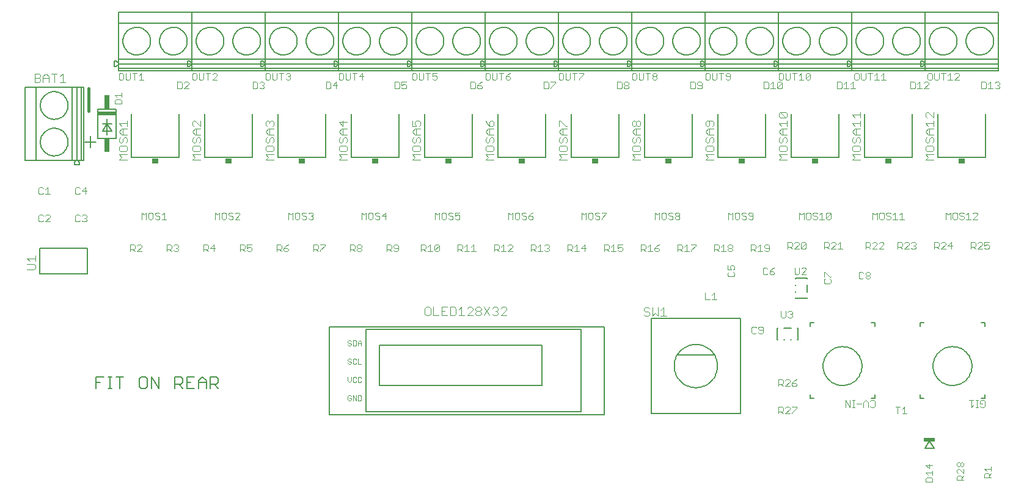
<source format=gto>
G75*
%MOIN*%
%OFA0B0*%
%FSLAX24Y24*%
%IPPOS*%
%LPD*%
%AMOC8*
5,1,8,0,0,1.08239X$1,22.5*
%
%ADD10C,0.0060*%
%ADD11C,0.0080*%
%ADD12C,0.0160*%
%ADD13C,0.0050*%
%ADD14C,0.0030*%
%ADD15R,0.0620X0.0240*%
%ADD16C,0.0040*%
%ADD17C,0.0020*%
%ADD18R,0.0340X0.0300*%
%ADD19R,0.1000X0.0200*%
%ADD20R,0.0300X0.0750*%
D10*
X004460Y006710D02*
X004460Y007351D01*
X004887Y007351D01*
X005105Y007351D02*
X005318Y007351D01*
X005211Y007351D02*
X005211Y006710D01*
X005105Y006710D02*
X005318Y006710D01*
X005748Y006710D02*
X005748Y007351D01*
X005961Y007351D02*
X005534Y007351D01*
X004674Y007030D02*
X004460Y007030D01*
X006823Y006817D02*
X006930Y006710D01*
X007144Y006710D01*
X007250Y006817D01*
X007250Y007244D01*
X007144Y007351D01*
X006930Y007351D01*
X006823Y007244D01*
X006823Y006817D01*
X007468Y006710D02*
X007468Y007351D01*
X007895Y006710D01*
X007895Y007351D01*
X008757Y007351D02*
X008757Y006710D01*
X008757Y006924D02*
X009077Y006924D01*
X009184Y007030D01*
X009184Y007244D01*
X009077Y007351D01*
X008757Y007351D01*
X009402Y007351D02*
X009402Y006710D01*
X009829Y006710D01*
X010046Y006710D02*
X010046Y007137D01*
X010260Y007351D01*
X010473Y007137D01*
X010473Y006710D01*
X010691Y006710D02*
X010691Y007351D01*
X011011Y007351D01*
X011118Y007244D01*
X011118Y007030D01*
X011011Y006924D01*
X010691Y006924D01*
X010904Y006924D02*
X011118Y006710D01*
X010473Y007030D02*
X010046Y007030D01*
X009829Y007351D02*
X009402Y007351D01*
X009402Y007030D02*
X009615Y007030D01*
X009184Y006710D02*
X008971Y006924D01*
X005555Y020380D02*
X004555Y020380D01*
X004555Y021980D01*
X005555Y021980D01*
X005555Y020380D01*
X005305Y020780D02*
X004805Y020780D01*
X005055Y021180D01*
X004805Y021180D01*
X005055Y021180D02*
X005305Y021180D01*
X005055Y021180D02*
X005305Y020780D01*
X005055Y020580D02*
X005055Y021180D01*
X005055Y021430D01*
X041620Y009999D02*
X041620Y009361D01*
X041657Y009361D01*
X041974Y009361D02*
X042012Y009361D01*
X042348Y009361D02*
X042386Y009361D01*
X042703Y009361D02*
X042740Y009361D01*
X042740Y009999D01*
X042703Y009999D01*
X042386Y009999D02*
X041974Y009999D01*
X041657Y009999D02*
X041620Y009999D01*
X042611Y011620D02*
X042611Y011657D01*
X042611Y011620D02*
X043249Y011620D01*
X043249Y011657D01*
X043249Y011974D02*
X043249Y012386D01*
X043249Y012703D02*
X043249Y012740D01*
X042611Y012740D01*
X042611Y012703D01*
X042611Y012386D02*
X042611Y012349D01*
X042611Y012011D02*
X042611Y011974D01*
D11*
X042390Y019330D02*
X042390Y021690D01*
X040970Y021690D02*
X040970Y019330D01*
X038390Y019330D01*
X038390Y021690D01*
X036970Y021690D02*
X036970Y019330D01*
X034390Y019330D01*
X034390Y021690D01*
X032970Y021690D02*
X032970Y019330D01*
X030390Y019330D01*
X030390Y021690D01*
X028970Y021690D02*
X028970Y019330D01*
X026390Y019330D01*
X026390Y021690D01*
X024970Y021690D02*
X024970Y019330D01*
X022390Y019330D01*
X022390Y021690D01*
X020970Y021690D02*
X020970Y019330D01*
X018390Y019330D01*
X018390Y021690D01*
X016970Y021690D02*
X016970Y019330D01*
X014390Y019330D01*
X014390Y021690D01*
X012970Y021690D02*
X012970Y019330D01*
X010390Y019330D01*
X010390Y021690D01*
X008970Y021690D02*
X008970Y019330D01*
X006390Y019330D01*
X006390Y021690D01*
X004152Y020487D02*
X004152Y019873D01*
X003845Y020180D02*
X004459Y020180D01*
X003774Y019172D02*
X003656Y019172D01*
X003656Y023172D01*
X003774Y023172D01*
X003774Y019172D01*
X003656Y019172D02*
X003490Y019172D01*
X003411Y019172D01*
X003411Y023172D01*
X003656Y023172D01*
X003411Y023172D02*
X003144Y023172D01*
X002950Y023172D01*
X001376Y023172D01*
X001186Y023172D01*
X000586Y023172D01*
X000586Y019172D01*
X001186Y019172D01*
X001376Y019172D01*
X002950Y019172D01*
X003144Y019172D01*
X003144Y023172D01*
X001186Y023172D02*
X001186Y019172D01*
X003144Y019172D02*
X003327Y019172D01*
X003411Y019172D01*
X003490Y019172D02*
X003490Y019121D01*
X003549Y019051D01*
X003549Y018947D01*
X003268Y018947D01*
X003268Y019051D01*
X003327Y019121D01*
X003327Y019172D01*
X001416Y020172D02*
X001418Y020226D01*
X001424Y020281D01*
X001434Y020334D01*
X001447Y020387D01*
X001465Y020438D01*
X001486Y020489D01*
X001510Y020537D01*
X001538Y020584D01*
X001570Y020628D01*
X001604Y020670D01*
X001642Y020710D01*
X001682Y020747D01*
X001725Y020780D01*
X001770Y020811D01*
X001817Y020838D01*
X001866Y020862D01*
X001916Y020882D01*
X001968Y020899D01*
X002021Y020911D01*
X002075Y020920D01*
X002129Y020925D01*
X002184Y020926D01*
X002238Y020923D01*
X002292Y020916D01*
X002345Y020905D01*
X002398Y020891D01*
X002449Y020872D01*
X002499Y020850D01*
X002547Y020825D01*
X002593Y020796D01*
X002637Y020764D01*
X002679Y020729D01*
X002717Y020691D01*
X002753Y020650D01*
X002786Y020606D01*
X002816Y020561D01*
X002842Y020513D01*
X002865Y020464D01*
X002885Y020413D01*
X002900Y020361D01*
X002912Y020307D01*
X002920Y020254D01*
X002924Y020199D01*
X002924Y020145D01*
X002920Y020090D01*
X002912Y020037D01*
X002900Y019983D01*
X002885Y019931D01*
X002865Y019880D01*
X002842Y019831D01*
X002816Y019783D01*
X002786Y019738D01*
X002753Y019694D01*
X002717Y019653D01*
X002679Y019615D01*
X002637Y019580D01*
X002593Y019548D01*
X002547Y019519D01*
X002499Y019494D01*
X002449Y019472D01*
X002398Y019453D01*
X002345Y019439D01*
X002292Y019428D01*
X002238Y019421D01*
X002184Y019418D01*
X002129Y019419D01*
X002075Y019424D01*
X002021Y019433D01*
X001968Y019445D01*
X001916Y019462D01*
X001866Y019482D01*
X001817Y019506D01*
X001770Y019533D01*
X001725Y019564D01*
X001682Y019597D01*
X001642Y019634D01*
X001604Y019674D01*
X001570Y019716D01*
X001538Y019760D01*
X001510Y019807D01*
X001486Y019855D01*
X001465Y019906D01*
X001447Y019957D01*
X001434Y020010D01*
X001424Y020063D01*
X001418Y020118D01*
X001416Y020172D01*
X001416Y022172D02*
X001418Y022226D01*
X001424Y022281D01*
X001434Y022334D01*
X001447Y022387D01*
X001465Y022438D01*
X001486Y022489D01*
X001510Y022537D01*
X001538Y022584D01*
X001570Y022628D01*
X001604Y022670D01*
X001642Y022710D01*
X001682Y022747D01*
X001725Y022780D01*
X001770Y022811D01*
X001817Y022838D01*
X001866Y022862D01*
X001916Y022882D01*
X001968Y022899D01*
X002021Y022911D01*
X002075Y022920D01*
X002129Y022925D01*
X002184Y022926D01*
X002238Y022923D01*
X002292Y022916D01*
X002345Y022905D01*
X002398Y022891D01*
X002449Y022872D01*
X002499Y022850D01*
X002547Y022825D01*
X002593Y022796D01*
X002637Y022764D01*
X002679Y022729D01*
X002717Y022691D01*
X002753Y022650D01*
X002786Y022606D01*
X002816Y022561D01*
X002842Y022513D01*
X002865Y022464D01*
X002885Y022413D01*
X002900Y022361D01*
X002912Y022307D01*
X002920Y022254D01*
X002924Y022199D01*
X002924Y022145D01*
X002920Y022090D01*
X002912Y022037D01*
X002900Y021983D01*
X002885Y021931D01*
X002865Y021880D01*
X002842Y021831D01*
X002816Y021783D01*
X002786Y021738D01*
X002753Y021694D01*
X002717Y021653D01*
X002679Y021615D01*
X002637Y021580D01*
X002593Y021548D01*
X002547Y021519D01*
X002499Y021494D01*
X002449Y021472D01*
X002398Y021453D01*
X002345Y021439D01*
X002292Y021428D01*
X002238Y021421D01*
X002184Y021418D01*
X002129Y021419D01*
X002075Y021424D01*
X002021Y021433D01*
X001968Y021445D01*
X001916Y021462D01*
X001866Y021482D01*
X001817Y021506D01*
X001770Y021533D01*
X001725Y021564D01*
X001682Y021597D01*
X001642Y021634D01*
X001604Y021674D01*
X001570Y021716D01*
X001538Y021760D01*
X001510Y021807D01*
X001486Y021855D01*
X001465Y021906D01*
X001447Y021957D01*
X001434Y022010D01*
X001424Y022063D01*
X001418Y022118D01*
X001416Y022172D01*
X005672Y024086D02*
X005672Y024204D01*
X009672Y024204D01*
X009672Y024086D01*
X013672Y024086D01*
X013672Y024204D01*
X017672Y024204D01*
X017672Y024086D01*
X021672Y024086D01*
X021672Y024204D01*
X025672Y024204D01*
X025672Y024086D01*
X029672Y024086D01*
X029672Y024204D01*
X033672Y024204D01*
X033672Y024086D01*
X037672Y024086D01*
X037672Y024204D01*
X041672Y024204D01*
X041672Y024086D01*
X045672Y024086D01*
X045672Y024204D01*
X049672Y024204D01*
X049672Y024086D01*
X053672Y024086D01*
X053672Y024204D01*
X049672Y024204D01*
X049672Y024370D01*
X049672Y024449D01*
X053672Y024449D01*
X053672Y024204D01*
X053672Y024449D02*
X053672Y024716D01*
X053672Y024910D01*
X053672Y026484D01*
X053672Y026674D01*
X053672Y027274D01*
X049672Y027274D01*
X049672Y026674D01*
X049672Y026484D01*
X049672Y024910D01*
X049672Y024716D01*
X053672Y024716D01*
X051918Y025690D02*
X051920Y025744D01*
X051926Y025799D01*
X051936Y025852D01*
X051949Y025905D01*
X051967Y025956D01*
X051988Y026007D01*
X052012Y026055D01*
X052040Y026102D01*
X052072Y026146D01*
X052106Y026188D01*
X052144Y026228D01*
X052184Y026265D01*
X052227Y026298D01*
X052272Y026329D01*
X052319Y026356D01*
X052368Y026380D01*
X052418Y026400D01*
X052470Y026417D01*
X052523Y026429D01*
X052577Y026438D01*
X052631Y026443D01*
X052686Y026444D01*
X052740Y026441D01*
X052794Y026434D01*
X052847Y026423D01*
X052900Y026409D01*
X052951Y026390D01*
X053001Y026368D01*
X053049Y026343D01*
X053095Y026314D01*
X053139Y026282D01*
X053181Y026247D01*
X053219Y026209D01*
X053255Y026168D01*
X053288Y026124D01*
X053318Y026079D01*
X053344Y026031D01*
X053367Y025982D01*
X053387Y025931D01*
X053402Y025879D01*
X053414Y025825D01*
X053422Y025772D01*
X053426Y025717D01*
X053426Y025663D01*
X053422Y025608D01*
X053414Y025555D01*
X053402Y025501D01*
X053387Y025449D01*
X053367Y025398D01*
X053344Y025349D01*
X053318Y025301D01*
X053288Y025256D01*
X053255Y025212D01*
X053219Y025171D01*
X053181Y025133D01*
X053139Y025098D01*
X053095Y025066D01*
X053049Y025037D01*
X053001Y025012D01*
X052951Y024990D01*
X052900Y024971D01*
X052847Y024957D01*
X052794Y024946D01*
X052740Y024939D01*
X052686Y024936D01*
X052631Y024937D01*
X052577Y024942D01*
X052523Y024951D01*
X052470Y024963D01*
X052418Y024980D01*
X052368Y025000D01*
X052319Y025024D01*
X052272Y025051D01*
X052227Y025082D01*
X052184Y025115D01*
X052144Y025152D01*
X052106Y025192D01*
X052072Y025234D01*
X052040Y025278D01*
X052012Y025325D01*
X051988Y025373D01*
X051967Y025424D01*
X051949Y025475D01*
X051936Y025528D01*
X051926Y025581D01*
X051920Y025636D01*
X051918Y025690D01*
X049918Y025690D02*
X049920Y025744D01*
X049926Y025799D01*
X049936Y025852D01*
X049949Y025905D01*
X049967Y025956D01*
X049988Y026007D01*
X050012Y026055D01*
X050040Y026102D01*
X050072Y026146D01*
X050106Y026188D01*
X050144Y026228D01*
X050184Y026265D01*
X050227Y026298D01*
X050272Y026329D01*
X050319Y026356D01*
X050368Y026380D01*
X050418Y026400D01*
X050470Y026417D01*
X050523Y026429D01*
X050577Y026438D01*
X050631Y026443D01*
X050686Y026444D01*
X050740Y026441D01*
X050794Y026434D01*
X050847Y026423D01*
X050900Y026409D01*
X050951Y026390D01*
X051001Y026368D01*
X051049Y026343D01*
X051095Y026314D01*
X051139Y026282D01*
X051181Y026247D01*
X051219Y026209D01*
X051255Y026168D01*
X051288Y026124D01*
X051318Y026079D01*
X051344Y026031D01*
X051367Y025982D01*
X051387Y025931D01*
X051402Y025879D01*
X051414Y025825D01*
X051422Y025772D01*
X051426Y025717D01*
X051426Y025663D01*
X051422Y025608D01*
X051414Y025555D01*
X051402Y025501D01*
X051387Y025449D01*
X051367Y025398D01*
X051344Y025349D01*
X051318Y025301D01*
X051288Y025256D01*
X051255Y025212D01*
X051219Y025171D01*
X051181Y025133D01*
X051139Y025098D01*
X051095Y025066D01*
X051049Y025037D01*
X051001Y025012D01*
X050951Y024990D01*
X050900Y024971D01*
X050847Y024957D01*
X050794Y024946D01*
X050740Y024939D01*
X050686Y024936D01*
X050631Y024937D01*
X050577Y024942D01*
X050523Y024951D01*
X050470Y024963D01*
X050418Y024980D01*
X050368Y025000D01*
X050319Y025024D01*
X050272Y025051D01*
X050227Y025082D01*
X050184Y025115D01*
X050144Y025152D01*
X050106Y025192D01*
X050072Y025234D01*
X050040Y025278D01*
X050012Y025325D01*
X049988Y025373D01*
X049967Y025424D01*
X049949Y025475D01*
X049936Y025528D01*
X049926Y025581D01*
X049920Y025636D01*
X049918Y025690D01*
X047918Y025690D02*
X047920Y025744D01*
X047926Y025799D01*
X047936Y025852D01*
X047949Y025905D01*
X047967Y025956D01*
X047988Y026007D01*
X048012Y026055D01*
X048040Y026102D01*
X048072Y026146D01*
X048106Y026188D01*
X048144Y026228D01*
X048184Y026265D01*
X048227Y026298D01*
X048272Y026329D01*
X048319Y026356D01*
X048368Y026380D01*
X048418Y026400D01*
X048470Y026417D01*
X048523Y026429D01*
X048577Y026438D01*
X048631Y026443D01*
X048686Y026444D01*
X048740Y026441D01*
X048794Y026434D01*
X048847Y026423D01*
X048900Y026409D01*
X048951Y026390D01*
X049001Y026368D01*
X049049Y026343D01*
X049095Y026314D01*
X049139Y026282D01*
X049181Y026247D01*
X049219Y026209D01*
X049255Y026168D01*
X049288Y026124D01*
X049318Y026079D01*
X049344Y026031D01*
X049367Y025982D01*
X049387Y025931D01*
X049402Y025879D01*
X049414Y025825D01*
X049422Y025772D01*
X049426Y025717D01*
X049426Y025663D01*
X049422Y025608D01*
X049414Y025555D01*
X049402Y025501D01*
X049387Y025449D01*
X049367Y025398D01*
X049344Y025349D01*
X049318Y025301D01*
X049288Y025256D01*
X049255Y025212D01*
X049219Y025171D01*
X049181Y025133D01*
X049139Y025098D01*
X049095Y025066D01*
X049049Y025037D01*
X049001Y025012D01*
X048951Y024990D01*
X048900Y024971D01*
X048847Y024957D01*
X048794Y024946D01*
X048740Y024939D01*
X048686Y024936D01*
X048631Y024937D01*
X048577Y024942D01*
X048523Y024951D01*
X048470Y024963D01*
X048418Y024980D01*
X048368Y025000D01*
X048319Y025024D01*
X048272Y025051D01*
X048227Y025082D01*
X048184Y025115D01*
X048144Y025152D01*
X048106Y025192D01*
X048072Y025234D01*
X048040Y025278D01*
X048012Y025325D01*
X047988Y025373D01*
X047967Y025424D01*
X047949Y025475D01*
X047936Y025528D01*
X047926Y025581D01*
X047920Y025636D01*
X047918Y025690D01*
X045918Y025690D02*
X045920Y025744D01*
X045926Y025799D01*
X045936Y025852D01*
X045949Y025905D01*
X045967Y025956D01*
X045988Y026007D01*
X046012Y026055D01*
X046040Y026102D01*
X046072Y026146D01*
X046106Y026188D01*
X046144Y026228D01*
X046184Y026265D01*
X046227Y026298D01*
X046272Y026329D01*
X046319Y026356D01*
X046368Y026380D01*
X046418Y026400D01*
X046470Y026417D01*
X046523Y026429D01*
X046577Y026438D01*
X046631Y026443D01*
X046686Y026444D01*
X046740Y026441D01*
X046794Y026434D01*
X046847Y026423D01*
X046900Y026409D01*
X046951Y026390D01*
X047001Y026368D01*
X047049Y026343D01*
X047095Y026314D01*
X047139Y026282D01*
X047181Y026247D01*
X047219Y026209D01*
X047255Y026168D01*
X047288Y026124D01*
X047318Y026079D01*
X047344Y026031D01*
X047367Y025982D01*
X047387Y025931D01*
X047402Y025879D01*
X047414Y025825D01*
X047422Y025772D01*
X047426Y025717D01*
X047426Y025663D01*
X047422Y025608D01*
X047414Y025555D01*
X047402Y025501D01*
X047387Y025449D01*
X047367Y025398D01*
X047344Y025349D01*
X047318Y025301D01*
X047288Y025256D01*
X047255Y025212D01*
X047219Y025171D01*
X047181Y025133D01*
X047139Y025098D01*
X047095Y025066D01*
X047049Y025037D01*
X047001Y025012D01*
X046951Y024990D01*
X046900Y024971D01*
X046847Y024957D01*
X046794Y024946D01*
X046740Y024939D01*
X046686Y024936D01*
X046631Y024937D01*
X046577Y024942D01*
X046523Y024951D01*
X046470Y024963D01*
X046418Y024980D01*
X046368Y025000D01*
X046319Y025024D01*
X046272Y025051D01*
X046227Y025082D01*
X046184Y025115D01*
X046144Y025152D01*
X046106Y025192D01*
X046072Y025234D01*
X046040Y025278D01*
X046012Y025325D01*
X045988Y025373D01*
X045967Y025424D01*
X045949Y025475D01*
X045936Y025528D01*
X045926Y025581D01*
X045920Y025636D01*
X045918Y025690D01*
X043918Y025690D02*
X043920Y025744D01*
X043926Y025799D01*
X043936Y025852D01*
X043949Y025905D01*
X043967Y025956D01*
X043988Y026007D01*
X044012Y026055D01*
X044040Y026102D01*
X044072Y026146D01*
X044106Y026188D01*
X044144Y026228D01*
X044184Y026265D01*
X044227Y026298D01*
X044272Y026329D01*
X044319Y026356D01*
X044368Y026380D01*
X044418Y026400D01*
X044470Y026417D01*
X044523Y026429D01*
X044577Y026438D01*
X044631Y026443D01*
X044686Y026444D01*
X044740Y026441D01*
X044794Y026434D01*
X044847Y026423D01*
X044900Y026409D01*
X044951Y026390D01*
X045001Y026368D01*
X045049Y026343D01*
X045095Y026314D01*
X045139Y026282D01*
X045181Y026247D01*
X045219Y026209D01*
X045255Y026168D01*
X045288Y026124D01*
X045318Y026079D01*
X045344Y026031D01*
X045367Y025982D01*
X045387Y025931D01*
X045402Y025879D01*
X045414Y025825D01*
X045422Y025772D01*
X045426Y025717D01*
X045426Y025663D01*
X045422Y025608D01*
X045414Y025555D01*
X045402Y025501D01*
X045387Y025449D01*
X045367Y025398D01*
X045344Y025349D01*
X045318Y025301D01*
X045288Y025256D01*
X045255Y025212D01*
X045219Y025171D01*
X045181Y025133D01*
X045139Y025098D01*
X045095Y025066D01*
X045049Y025037D01*
X045001Y025012D01*
X044951Y024990D01*
X044900Y024971D01*
X044847Y024957D01*
X044794Y024946D01*
X044740Y024939D01*
X044686Y024936D01*
X044631Y024937D01*
X044577Y024942D01*
X044523Y024951D01*
X044470Y024963D01*
X044418Y024980D01*
X044368Y025000D01*
X044319Y025024D01*
X044272Y025051D01*
X044227Y025082D01*
X044184Y025115D01*
X044144Y025152D01*
X044106Y025192D01*
X044072Y025234D01*
X044040Y025278D01*
X044012Y025325D01*
X043988Y025373D01*
X043967Y025424D01*
X043949Y025475D01*
X043936Y025528D01*
X043926Y025581D01*
X043920Y025636D01*
X043918Y025690D01*
X041918Y025690D02*
X041920Y025744D01*
X041926Y025799D01*
X041936Y025852D01*
X041949Y025905D01*
X041967Y025956D01*
X041988Y026007D01*
X042012Y026055D01*
X042040Y026102D01*
X042072Y026146D01*
X042106Y026188D01*
X042144Y026228D01*
X042184Y026265D01*
X042227Y026298D01*
X042272Y026329D01*
X042319Y026356D01*
X042368Y026380D01*
X042418Y026400D01*
X042470Y026417D01*
X042523Y026429D01*
X042577Y026438D01*
X042631Y026443D01*
X042686Y026444D01*
X042740Y026441D01*
X042794Y026434D01*
X042847Y026423D01*
X042900Y026409D01*
X042951Y026390D01*
X043001Y026368D01*
X043049Y026343D01*
X043095Y026314D01*
X043139Y026282D01*
X043181Y026247D01*
X043219Y026209D01*
X043255Y026168D01*
X043288Y026124D01*
X043318Y026079D01*
X043344Y026031D01*
X043367Y025982D01*
X043387Y025931D01*
X043402Y025879D01*
X043414Y025825D01*
X043422Y025772D01*
X043426Y025717D01*
X043426Y025663D01*
X043422Y025608D01*
X043414Y025555D01*
X043402Y025501D01*
X043387Y025449D01*
X043367Y025398D01*
X043344Y025349D01*
X043318Y025301D01*
X043288Y025256D01*
X043255Y025212D01*
X043219Y025171D01*
X043181Y025133D01*
X043139Y025098D01*
X043095Y025066D01*
X043049Y025037D01*
X043001Y025012D01*
X042951Y024990D01*
X042900Y024971D01*
X042847Y024957D01*
X042794Y024946D01*
X042740Y024939D01*
X042686Y024936D01*
X042631Y024937D01*
X042577Y024942D01*
X042523Y024951D01*
X042470Y024963D01*
X042418Y024980D01*
X042368Y025000D01*
X042319Y025024D01*
X042272Y025051D01*
X042227Y025082D01*
X042184Y025115D01*
X042144Y025152D01*
X042106Y025192D01*
X042072Y025234D01*
X042040Y025278D01*
X042012Y025325D01*
X041988Y025373D01*
X041967Y025424D01*
X041949Y025475D01*
X041936Y025528D01*
X041926Y025581D01*
X041920Y025636D01*
X041918Y025690D01*
X039918Y025690D02*
X039920Y025744D01*
X039926Y025799D01*
X039936Y025852D01*
X039949Y025905D01*
X039967Y025956D01*
X039988Y026007D01*
X040012Y026055D01*
X040040Y026102D01*
X040072Y026146D01*
X040106Y026188D01*
X040144Y026228D01*
X040184Y026265D01*
X040227Y026298D01*
X040272Y026329D01*
X040319Y026356D01*
X040368Y026380D01*
X040418Y026400D01*
X040470Y026417D01*
X040523Y026429D01*
X040577Y026438D01*
X040631Y026443D01*
X040686Y026444D01*
X040740Y026441D01*
X040794Y026434D01*
X040847Y026423D01*
X040900Y026409D01*
X040951Y026390D01*
X041001Y026368D01*
X041049Y026343D01*
X041095Y026314D01*
X041139Y026282D01*
X041181Y026247D01*
X041219Y026209D01*
X041255Y026168D01*
X041288Y026124D01*
X041318Y026079D01*
X041344Y026031D01*
X041367Y025982D01*
X041387Y025931D01*
X041402Y025879D01*
X041414Y025825D01*
X041422Y025772D01*
X041426Y025717D01*
X041426Y025663D01*
X041422Y025608D01*
X041414Y025555D01*
X041402Y025501D01*
X041387Y025449D01*
X041367Y025398D01*
X041344Y025349D01*
X041318Y025301D01*
X041288Y025256D01*
X041255Y025212D01*
X041219Y025171D01*
X041181Y025133D01*
X041139Y025098D01*
X041095Y025066D01*
X041049Y025037D01*
X041001Y025012D01*
X040951Y024990D01*
X040900Y024971D01*
X040847Y024957D01*
X040794Y024946D01*
X040740Y024939D01*
X040686Y024936D01*
X040631Y024937D01*
X040577Y024942D01*
X040523Y024951D01*
X040470Y024963D01*
X040418Y024980D01*
X040368Y025000D01*
X040319Y025024D01*
X040272Y025051D01*
X040227Y025082D01*
X040184Y025115D01*
X040144Y025152D01*
X040106Y025192D01*
X040072Y025234D01*
X040040Y025278D01*
X040012Y025325D01*
X039988Y025373D01*
X039967Y025424D01*
X039949Y025475D01*
X039936Y025528D01*
X039926Y025581D01*
X039920Y025636D01*
X039918Y025690D01*
X037918Y025690D02*
X037920Y025744D01*
X037926Y025799D01*
X037936Y025852D01*
X037949Y025905D01*
X037967Y025956D01*
X037988Y026007D01*
X038012Y026055D01*
X038040Y026102D01*
X038072Y026146D01*
X038106Y026188D01*
X038144Y026228D01*
X038184Y026265D01*
X038227Y026298D01*
X038272Y026329D01*
X038319Y026356D01*
X038368Y026380D01*
X038418Y026400D01*
X038470Y026417D01*
X038523Y026429D01*
X038577Y026438D01*
X038631Y026443D01*
X038686Y026444D01*
X038740Y026441D01*
X038794Y026434D01*
X038847Y026423D01*
X038900Y026409D01*
X038951Y026390D01*
X039001Y026368D01*
X039049Y026343D01*
X039095Y026314D01*
X039139Y026282D01*
X039181Y026247D01*
X039219Y026209D01*
X039255Y026168D01*
X039288Y026124D01*
X039318Y026079D01*
X039344Y026031D01*
X039367Y025982D01*
X039387Y025931D01*
X039402Y025879D01*
X039414Y025825D01*
X039422Y025772D01*
X039426Y025717D01*
X039426Y025663D01*
X039422Y025608D01*
X039414Y025555D01*
X039402Y025501D01*
X039387Y025449D01*
X039367Y025398D01*
X039344Y025349D01*
X039318Y025301D01*
X039288Y025256D01*
X039255Y025212D01*
X039219Y025171D01*
X039181Y025133D01*
X039139Y025098D01*
X039095Y025066D01*
X039049Y025037D01*
X039001Y025012D01*
X038951Y024990D01*
X038900Y024971D01*
X038847Y024957D01*
X038794Y024946D01*
X038740Y024939D01*
X038686Y024936D01*
X038631Y024937D01*
X038577Y024942D01*
X038523Y024951D01*
X038470Y024963D01*
X038418Y024980D01*
X038368Y025000D01*
X038319Y025024D01*
X038272Y025051D01*
X038227Y025082D01*
X038184Y025115D01*
X038144Y025152D01*
X038106Y025192D01*
X038072Y025234D01*
X038040Y025278D01*
X038012Y025325D01*
X037988Y025373D01*
X037967Y025424D01*
X037949Y025475D01*
X037936Y025528D01*
X037926Y025581D01*
X037920Y025636D01*
X037918Y025690D01*
X035918Y025690D02*
X035920Y025744D01*
X035926Y025799D01*
X035936Y025852D01*
X035949Y025905D01*
X035967Y025956D01*
X035988Y026007D01*
X036012Y026055D01*
X036040Y026102D01*
X036072Y026146D01*
X036106Y026188D01*
X036144Y026228D01*
X036184Y026265D01*
X036227Y026298D01*
X036272Y026329D01*
X036319Y026356D01*
X036368Y026380D01*
X036418Y026400D01*
X036470Y026417D01*
X036523Y026429D01*
X036577Y026438D01*
X036631Y026443D01*
X036686Y026444D01*
X036740Y026441D01*
X036794Y026434D01*
X036847Y026423D01*
X036900Y026409D01*
X036951Y026390D01*
X037001Y026368D01*
X037049Y026343D01*
X037095Y026314D01*
X037139Y026282D01*
X037181Y026247D01*
X037219Y026209D01*
X037255Y026168D01*
X037288Y026124D01*
X037318Y026079D01*
X037344Y026031D01*
X037367Y025982D01*
X037387Y025931D01*
X037402Y025879D01*
X037414Y025825D01*
X037422Y025772D01*
X037426Y025717D01*
X037426Y025663D01*
X037422Y025608D01*
X037414Y025555D01*
X037402Y025501D01*
X037387Y025449D01*
X037367Y025398D01*
X037344Y025349D01*
X037318Y025301D01*
X037288Y025256D01*
X037255Y025212D01*
X037219Y025171D01*
X037181Y025133D01*
X037139Y025098D01*
X037095Y025066D01*
X037049Y025037D01*
X037001Y025012D01*
X036951Y024990D01*
X036900Y024971D01*
X036847Y024957D01*
X036794Y024946D01*
X036740Y024939D01*
X036686Y024936D01*
X036631Y024937D01*
X036577Y024942D01*
X036523Y024951D01*
X036470Y024963D01*
X036418Y024980D01*
X036368Y025000D01*
X036319Y025024D01*
X036272Y025051D01*
X036227Y025082D01*
X036184Y025115D01*
X036144Y025152D01*
X036106Y025192D01*
X036072Y025234D01*
X036040Y025278D01*
X036012Y025325D01*
X035988Y025373D01*
X035967Y025424D01*
X035949Y025475D01*
X035936Y025528D01*
X035926Y025581D01*
X035920Y025636D01*
X035918Y025690D01*
X033918Y025690D02*
X033920Y025744D01*
X033926Y025799D01*
X033936Y025852D01*
X033949Y025905D01*
X033967Y025956D01*
X033988Y026007D01*
X034012Y026055D01*
X034040Y026102D01*
X034072Y026146D01*
X034106Y026188D01*
X034144Y026228D01*
X034184Y026265D01*
X034227Y026298D01*
X034272Y026329D01*
X034319Y026356D01*
X034368Y026380D01*
X034418Y026400D01*
X034470Y026417D01*
X034523Y026429D01*
X034577Y026438D01*
X034631Y026443D01*
X034686Y026444D01*
X034740Y026441D01*
X034794Y026434D01*
X034847Y026423D01*
X034900Y026409D01*
X034951Y026390D01*
X035001Y026368D01*
X035049Y026343D01*
X035095Y026314D01*
X035139Y026282D01*
X035181Y026247D01*
X035219Y026209D01*
X035255Y026168D01*
X035288Y026124D01*
X035318Y026079D01*
X035344Y026031D01*
X035367Y025982D01*
X035387Y025931D01*
X035402Y025879D01*
X035414Y025825D01*
X035422Y025772D01*
X035426Y025717D01*
X035426Y025663D01*
X035422Y025608D01*
X035414Y025555D01*
X035402Y025501D01*
X035387Y025449D01*
X035367Y025398D01*
X035344Y025349D01*
X035318Y025301D01*
X035288Y025256D01*
X035255Y025212D01*
X035219Y025171D01*
X035181Y025133D01*
X035139Y025098D01*
X035095Y025066D01*
X035049Y025037D01*
X035001Y025012D01*
X034951Y024990D01*
X034900Y024971D01*
X034847Y024957D01*
X034794Y024946D01*
X034740Y024939D01*
X034686Y024936D01*
X034631Y024937D01*
X034577Y024942D01*
X034523Y024951D01*
X034470Y024963D01*
X034418Y024980D01*
X034368Y025000D01*
X034319Y025024D01*
X034272Y025051D01*
X034227Y025082D01*
X034184Y025115D01*
X034144Y025152D01*
X034106Y025192D01*
X034072Y025234D01*
X034040Y025278D01*
X034012Y025325D01*
X033988Y025373D01*
X033967Y025424D01*
X033949Y025475D01*
X033936Y025528D01*
X033926Y025581D01*
X033920Y025636D01*
X033918Y025690D01*
X033672Y024910D02*
X033672Y026484D01*
X033672Y026674D01*
X033672Y027274D01*
X037672Y027274D01*
X037672Y026674D01*
X037672Y026484D01*
X037672Y024910D01*
X037672Y024716D01*
X041672Y024716D01*
X045672Y024716D01*
X049672Y024716D01*
X049672Y024533D01*
X049672Y024449D01*
X049672Y024204D01*
X049672Y024086D01*
X045672Y024086D01*
X045672Y024204D01*
X045672Y024370D01*
X045672Y024449D01*
X049672Y024449D01*
X049672Y024716D01*
X049672Y024910D01*
X049672Y026484D01*
X049672Y026674D01*
X053672Y026674D01*
X049672Y026674D02*
X049672Y027274D01*
X045672Y027274D01*
X045672Y026674D01*
X045672Y026484D01*
X045672Y024910D01*
X045672Y024716D01*
X045672Y024533D01*
X045672Y024449D01*
X045672Y024204D01*
X041672Y024204D01*
X041672Y024370D01*
X041672Y024449D01*
X045672Y024449D01*
X045672Y024716D01*
X045672Y024910D01*
X045672Y026484D01*
X045672Y026674D01*
X049672Y026674D01*
X049551Y024592D02*
X049621Y024533D01*
X049672Y024533D01*
X049551Y024592D02*
X049447Y024592D01*
X049447Y024311D01*
X049551Y024311D01*
X049621Y024370D01*
X049672Y024370D01*
X045672Y024370D02*
X045621Y024370D01*
X045551Y024311D01*
X045447Y024311D01*
X045447Y024592D01*
X045551Y024592D01*
X045621Y024533D01*
X045672Y024533D01*
X045672Y026674D02*
X041672Y026674D01*
X041672Y027274D01*
X045672Y027274D01*
X045672Y026674D01*
X041672Y026674D02*
X041672Y026484D01*
X041672Y024910D01*
X041672Y024716D01*
X041672Y024533D01*
X041672Y024449D01*
X041672Y024204D01*
X041672Y024086D01*
X037672Y024086D01*
X037672Y024204D01*
X037672Y024370D01*
X037672Y024449D01*
X041672Y024449D01*
X041672Y024716D01*
X041672Y024910D01*
X041672Y026484D01*
X041672Y026674D01*
X041672Y027274D01*
X037672Y027274D01*
X037672Y026674D01*
X041672Y026674D01*
X041551Y024592D02*
X041621Y024533D01*
X041672Y024533D01*
X041551Y024592D02*
X041447Y024592D01*
X041447Y024311D01*
X041551Y024311D01*
X041621Y024370D01*
X041672Y024370D01*
X037672Y024370D02*
X037621Y024370D01*
X037551Y024311D01*
X037447Y024311D01*
X037447Y024592D01*
X037551Y024592D01*
X037621Y024533D01*
X037672Y024533D01*
X037672Y024716D01*
X037672Y024449D01*
X037672Y024533D01*
X037672Y024449D02*
X037672Y024204D01*
X033672Y024204D01*
X033672Y024370D01*
X033672Y024449D01*
X037672Y024449D01*
X037672Y024716D02*
X037672Y024910D01*
X037672Y026484D01*
X037672Y026674D01*
X033672Y026674D01*
X033672Y027274D01*
X029672Y027274D01*
X029672Y026674D01*
X029672Y026484D01*
X029672Y024910D01*
X029672Y024716D01*
X033672Y024716D01*
X037672Y024716D01*
X033672Y024716D02*
X033672Y024449D01*
X033672Y024533D01*
X033672Y024716D01*
X033672Y024910D01*
X033672Y026484D01*
X033672Y026674D01*
X029672Y026674D01*
X029672Y027274D01*
X025672Y027274D01*
X025672Y026674D01*
X025672Y026484D01*
X025672Y024910D01*
X025672Y024716D01*
X029672Y024716D01*
X029672Y024533D01*
X029672Y024449D01*
X033672Y024449D01*
X033672Y024204D01*
X033672Y024086D01*
X029672Y024086D01*
X029672Y024204D01*
X029672Y024370D01*
X029672Y024449D01*
X029672Y024204D01*
X025672Y024204D01*
X025672Y024370D01*
X025672Y024449D01*
X029672Y024449D01*
X029672Y024716D01*
X029672Y024910D01*
X029672Y026484D01*
X029672Y026674D01*
X025672Y026674D01*
X025672Y027274D01*
X021672Y027274D01*
X021672Y026674D01*
X021672Y026484D01*
X021672Y024910D01*
X021672Y024716D01*
X025672Y024716D01*
X025672Y024533D01*
X025672Y024449D01*
X025672Y024204D01*
X025672Y024086D01*
X021672Y024086D01*
X021672Y024204D01*
X021672Y024370D01*
X021672Y024449D01*
X025672Y024449D01*
X025672Y024716D01*
X025672Y024910D01*
X025672Y026484D01*
X025672Y026674D01*
X021672Y026674D01*
X021672Y027274D01*
X017672Y027274D01*
X017672Y026674D01*
X017672Y026484D01*
X017672Y024910D01*
X017672Y024716D01*
X021672Y024716D01*
X021672Y024533D01*
X021672Y024449D01*
X021672Y024204D01*
X017672Y024204D01*
X017672Y024370D01*
X017672Y024449D01*
X021672Y024449D01*
X021672Y024716D01*
X021672Y024910D01*
X021672Y026484D01*
X021672Y026674D01*
X017672Y026674D01*
X017672Y027274D01*
X013672Y027274D01*
X013672Y026674D01*
X013672Y026484D01*
X013672Y024910D01*
X013672Y024716D01*
X017672Y024716D01*
X017672Y024533D01*
X017672Y024449D01*
X017672Y024204D01*
X017672Y024086D01*
X013672Y024086D01*
X013672Y024204D01*
X013672Y024370D01*
X013672Y024449D01*
X017672Y024449D01*
X017672Y024716D01*
X017672Y024910D01*
X017672Y026484D01*
X017672Y026674D01*
X013672Y026674D01*
X013672Y027274D01*
X009672Y027274D01*
X009672Y026674D01*
X009672Y026484D01*
X009672Y024910D01*
X009672Y024716D01*
X013672Y024716D01*
X013672Y024533D01*
X013672Y024449D01*
X013672Y024204D01*
X009672Y024204D01*
X009672Y024370D01*
X009672Y024449D01*
X013672Y024449D01*
X013672Y024716D01*
X013672Y024910D01*
X013672Y026484D01*
X013672Y026674D01*
X009672Y026674D01*
X009672Y027274D01*
X005672Y027274D01*
X005672Y026674D01*
X005672Y026484D01*
X005672Y024910D01*
X005672Y024716D01*
X009672Y024716D01*
X009672Y024533D01*
X009672Y024449D01*
X009672Y024204D01*
X009672Y024086D01*
X005672Y024086D01*
X005672Y024204D02*
X005672Y024370D01*
X005672Y024449D01*
X009672Y024449D01*
X009672Y024716D01*
X009672Y024910D01*
X009672Y026484D01*
X009672Y026674D01*
X005672Y026674D01*
X005918Y025690D02*
X005920Y025744D01*
X005926Y025799D01*
X005936Y025852D01*
X005949Y025905D01*
X005967Y025956D01*
X005988Y026007D01*
X006012Y026055D01*
X006040Y026102D01*
X006072Y026146D01*
X006106Y026188D01*
X006144Y026228D01*
X006184Y026265D01*
X006227Y026298D01*
X006272Y026329D01*
X006319Y026356D01*
X006368Y026380D01*
X006418Y026400D01*
X006470Y026417D01*
X006523Y026429D01*
X006577Y026438D01*
X006631Y026443D01*
X006686Y026444D01*
X006740Y026441D01*
X006794Y026434D01*
X006847Y026423D01*
X006900Y026409D01*
X006951Y026390D01*
X007001Y026368D01*
X007049Y026343D01*
X007095Y026314D01*
X007139Y026282D01*
X007181Y026247D01*
X007219Y026209D01*
X007255Y026168D01*
X007288Y026124D01*
X007318Y026079D01*
X007344Y026031D01*
X007367Y025982D01*
X007387Y025931D01*
X007402Y025879D01*
X007414Y025825D01*
X007422Y025772D01*
X007426Y025717D01*
X007426Y025663D01*
X007422Y025608D01*
X007414Y025555D01*
X007402Y025501D01*
X007387Y025449D01*
X007367Y025398D01*
X007344Y025349D01*
X007318Y025301D01*
X007288Y025256D01*
X007255Y025212D01*
X007219Y025171D01*
X007181Y025133D01*
X007139Y025098D01*
X007095Y025066D01*
X007049Y025037D01*
X007001Y025012D01*
X006951Y024990D01*
X006900Y024971D01*
X006847Y024957D01*
X006794Y024946D01*
X006740Y024939D01*
X006686Y024936D01*
X006631Y024937D01*
X006577Y024942D01*
X006523Y024951D01*
X006470Y024963D01*
X006418Y024980D01*
X006368Y025000D01*
X006319Y025024D01*
X006272Y025051D01*
X006227Y025082D01*
X006184Y025115D01*
X006144Y025152D01*
X006106Y025192D01*
X006072Y025234D01*
X006040Y025278D01*
X006012Y025325D01*
X005988Y025373D01*
X005967Y025424D01*
X005949Y025475D01*
X005936Y025528D01*
X005926Y025581D01*
X005920Y025636D01*
X005918Y025690D01*
X005672Y024716D02*
X005672Y024533D01*
X005672Y024449D01*
X005672Y024370D02*
X005621Y024370D01*
X005551Y024311D01*
X005447Y024311D01*
X005447Y024592D01*
X005551Y024592D01*
X005621Y024533D01*
X005672Y024533D01*
X007918Y025690D02*
X007920Y025744D01*
X007926Y025799D01*
X007936Y025852D01*
X007949Y025905D01*
X007967Y025956D01*
X007988Y026007D01*
X008012Y026055D01*
X008040Y026102D01*
X008072Y026146D01*
X008106Y026188D01*
X008144Y026228D01*
X008184Y026265D01*
X008227Y026298D01*
X008272Y026329D01*
X008319Y026356D01*
X008368Y026380D01*
X008418Y026400D01*
X008470Y026417D01*
X008523Y026429D01*
X008577Y026438D01*
X008631Y026443D01*
X008686Y026444D01*
X008740Y026441D01*
X008794Y026434D01*
X008847Y026423D01*
X008900Y026409D01*
X008951Y026390D01*
X009001Y026368D01*
X009049Y026343D01*
X009095Y026314D01*
X009139Y026282D01*
X009181Y026247D01*
X009219Y026209D01*
X009255Y026168D01*
X009288Y026124D01*
X009318Y026079D01*
X009344Y026031D01*
X009367Y025982D01*
X009387Y025931D01*
X009402Y025879D01*
X009414Y025825D01*
X009422Y025772D01*
X009426Y025717D01*
X009426Y025663D01*
X009422Y025608D01*
X009414Y025555D01*
X009402Y025501D01*
X009387Y025449D01*
X009367Y025398D01*
X009344Y025349D01*
X009318Y025301D01*
X009288Y025256D01*
X009255Y025212D01*
X009219Y025171D01*
X009181Y025133D01*
X009139Y025098D01*
X009095Y025066D01*
X009049Y025037D01*
X009001Y025012D01*
X008951Y024990D01*
X008900Y024971D01*
X008847Y024957D01*
X008794Y024946D01*
X008740Y024939D01*
X008686Y024936D01*
X008631Y024937D01*
X008577Y024942D01*
X008523Y024951D01*
X008470Y024963D01*
X008418Y024980D01*
X008368Y025000D01*
X008319Y025024D01*
X008272Y025051D01*
X008227Y025082D01*
X008184Y025115D01*
X008144Y025152D01*
X008106Y025192D01*
X008072Y025234D01*
X008040Y025278D01*
X008012Y025325D01*
X007988Y025373D01*
X007967Y025424D01*
X007949Y025475D01*
X007936Y025528D01*
X007926Y025581D01*
X007920Y025636D01*
X007918Y025690D01*
X009447Y024592D02*
X009447Y024311D01*
X009551Y024311D01*
X009621Y024370D01*
X009672Y024370D01*
X009672Y024533D02*
X009621Y024533D01*
X009551Y024592D01*
X009447Y024592D01*
X009918Y025690D02*
X009920Y025744D01*
X009926Y025799D01*
X009936Y025852D01*
X009949Y025905D01*
X009967Y025956D01*
X009988Y026007D01*
X010012Y026055D01*
X010040Y026102D01*
X010072Y026146D01*
X010106Y026188D01*
X010144Y026228D01*
X010184Y026265D01*
X010227Y026298D01*
X010272Y026329D01*
X010319Y026356D01*
X010368Y026380D01*
X010418Y026400D01*
X010470Y026417D01*
X010523Y026429D01*
X010577Y026438D01*
X010631Y026443D01*
X010686Y026444D01*
X010740Y026441D01*
X010794Y026434D01*
X010847Y026423D01*
X010900Y026409D01*
X010951Y026390D01*
X011001Y026368D01*
X011049Y026343D01*
X011095Y026314D01*
X011139Y026282D01*
X011181Y026247D01*
X011219Y026209D01*
X011255Y026168D01*
X011288Y026124D01*
X011318Y026079D01*
X011344Y026031D01*
X011367Y025982D01*
X011387Y025931D01*
X011402Y025879D01*
X011414Y025825D01*
X011422Y025772D01*
X011426Y025717D01*
X011426Y025663D01*
X011422Y025608D01*
X011414Y025555D01*
X011402Y025501D01*
X011387Y025449D01*
X011367Y025398D01*
X011344Y025349D01*
X011318Y025301D01*
X011288Y025256D01*
X011255Y025212D01*
X011219Y025171D01*
X011181Y025133D01*
X011139Y025098D01*
X011095Y025066D01*
X011049Y025037D01*
X011001Y025012D01*
X010951Y024990D01*
X010900Y024971D01*
X010847Y024957D01*
X010794Y024946D01*
X010740Y024939D01*
X010686Y024936D01*
X010631Y024937D01*
X010577Y024942D01*
X010523Y024951D01*
X010470Y024963D01*
X010418Y024980D01*
X010368Y025000D01*
X010319Y025024D01*
X010272Y025051D01*
X010227Y025082D01*
X010184Y025115D01*
X010144Y025152D01*
X010106Y025192D01*
X010072Y025234D01*
X010040Y025278D01*
X010012Y025325D01*
X009988Y025373D01*
X009967Y025424D01*
X009949Y025475D01*
X009936Y025528D01*
X009926Y025581D01*
X009920Y025636D01*
X009918Y025690D01*
X011918Y025690D02*
X011920Y025744D01*
X011926Y025799D01*
X011936Y025852D01*
X011949Y025905D01*
X011967Y025956D01*
X011988Y026007D01*
X012012Y026055D01*
X012040Y026102D01*
X012072Y026146D01*
X012106Y026188D01*
X012144Y026228D01*
X012184Y026265D01*
X012227Y026298D01*
X012272Y026329D01*
X012319Y026356D01*
X012368Y026380D01*
X012418Y026400D01*
X012470Y026417D01*
X012523Y026429D01*
X012577Y026438D01*
X012631Y026443D01*
X012686Y026444D01*
X012740Y026441D01*
X012794Y026434D01*
X012847Y026423D01*
X012900Y026409D01*
X012951Y026390D01*
X013001Y026368D01*
X013049Y026343D01*
X013095Y026314D01*
X013139Y026282D01*
X013181Y026247D01*
X013219Y026209D01*
X013255Y026168D01*
X013288Y026124D01*
X013318Y026079D01*
X013344Y026031D01*
X013367Y025982D01*
X013387Y025931D01*
X013402Y025879D01*
X013414Y025825D01*
X013422Y025772D01*
X013426Y025717D01*
X013426Y025663D01*
X013422Y025608D01*
X013414Y025555D01*
X013402Y025501D01*
X013387Y025449D01*
X013367Y025398D01*
X013344Y025349D01*
X013318Y025301D01*
X013288Y025256D01*
X013255Y025212D01*
X013219Y025171D01*
X013181Y025133D01*
X013139Y025098D01*
X013095Y025066D01*
X013049Y025037D01*
X013001Y025012D01*
X012951Y024990D01*
X012900Y024971D01*
X012847Y024957D01*
X012794Y024946D01*
X012740Y024939D01*
X012686Y024936D01*
X012631Y024937D01*
X012577Y024942D01*
X012523Y024951D01*
X012470Y024963D01*
X012418Y024980D01*
X012368Y025000D01*
X012319Y025024D01*
X012272Y025051D01*
X012227Y025082D01*
X012184Y025115D01*
X012144Y025152D01*
X012106Y025192D01*
X012072Y025234D01*
X012040Y025278D01*
X012012Y025325D01*
X011988Y025373D01*
X011967Y025424D01*
X011949Y025475D01*
X011936Y025528D01*
X011926Y025581D01*
X011920Y025636D01*
X011918Y025690D01*
X013447Y024592D02*
X013447Y024311D01*
X013551Y024311D01*
X013621Y024370D01*
X013672Y024370D01*
X013672Y024533D02*
X013621Y024533D01*
X013551Y024592D01*
X013447Y024592D01*
X013918Y025690D02*
X013920Y025744D01*
X013926Y025799D01*
X013936Y025852D01*
X013949Y025905D01*
X013967Y025956D01*
X013988Y026007D01*
X014012Y026055D01*
X014040Y026102D01*
X014072Y026146D01*
X014106Y026188D01*
X014144Y026228D01*
X014184Y026265D01*
X014227Y026298D01*
X014272Y026329D01*
X014319Y026356D01*
X014368Y026380D01*
X014418Y026400D01*
X014470Y026417D01*
X014523Y026429D01*
X014577Y026438D01*
X014631Y026443D01*
X014686Y026444D01*
X014740Y026441D01*
X014794Y026434D01*
X014847Y026423D01*
X014900Y026409D01*
X014951Y026390D01*
X015001Y026368D01*
X015049Y026343D01*
X015095Y026314D01*
X015139Y026282D01*
X015181Y026247D01*
X015219Y026209D01*
X015255Y026168D01*
X015288Y026124D01*
X015318Y026079D01*
X015344Y026031D01*
X015367Y025982D01*
X015387Y025931D01*
X015402Y025879D01*
X015414Y025825D01*
X015422Y025772D01*
X015426Y025717D01*
X015426Y025663D01*
X015422Y025608D01*
X015414Y025555D01*
X015402Y025501D01*
X015387Y025449D01*
X015367Y025398D01*
X015344Y025349D01*
X015318Y025301D01*
X015288Y025256D01*
X015255Y025212D01*
X015219Y025171D01*
X015181Y025133D01*
X015139Y025098D01*
X015095Y025066D01*
X015049Y025037D01*
X015001Y025012D01*
X014951Y024990D01*
X014900Y024971D01*
X014847Y024957D01*
X014794Y024946D01*
X014740Y024939D01*
X014686Y024936D01*
X014631Y024937D01*
X014577Y024942D01*
X014523Y024951D01*
X014470Y024963D01*
X014418Y024980D01*
X014368Y025000D01*
X014319Y025024D01*
X014272Y025051D01*
X014227Y025082D01*
X014184Y025115D01*
X014144Y025152D01*
X014106Y025192D01*
X014072Y025234D01*
X014040Y025278D01*
X014012Y025325D01*
X013988Y025373D01*
X013967Y025424D01*
X013949Y025475D01*
X013936Y025528D01*
X013926Y025581D01*
X013920Y025636D01*
X013918Y025690D01*
X015918Y025690D02*
X015920Y025744D01*
X015926Y025799D01*
X015936Y025852D01*
X015949Y025905D01*
X015967Y025956D01*
X015988Y026007D01*
X016012Y026055D01*
X016040Y026102D01*
X016072Y026146D01*
X016106Y026188D01*
X016144Y026228D01*
X016184Y026265D01*
X016227Y026298D01*
X016272Y026329D01*
X016319Y026356D01*
X016368Y026380D01*
X016418Y026400D01*
X016470Y026417D01*
X016523Y026429D01*
X016577Y026438D01*
X016631Y026443D01*
X016686Y026444D01*
X016740Y026441D01*
X016794Y026434D01*
X016847Y026423D01*
X016900Y026409D01*
X016951Y026390D01*
X017001Y026368D01*
X017049Y026343D01*
X017095Y026314D01*
X017139Y026282D01*
X017181Y026247D01*
X017219Y026209D01*
X017255Y026168D01*
X017288Y026124D01*
X017318Y026079D01*
X017344Y026031D01*
X017367Y025982D01*
X017387Y025931D01*
X017402Y025879D01*
X017414Y025825D01*
X017422Y025772D01*
X017426Y025717D01*
X017426Y025663D01*
X017422Y025608D01*
X017414Y025555D01*
X017402Y025501D01*
X017387Y025449D01*
X017367Y025398D01*
X017344Y025349D01*
X017318Y025301D01*
X017288Y025256D01*
X017255Y025212D01*
X017219Y025171D01*
X017181Y025133D01*
X017139Y025098D01*
X017095Y025066D01*
X017049Y025037D01*
X017001Y025012D01*
X016951Y024990D01*
X016900Y024971D01*
X016847Y024957D01*
X016794Y024946D01*
X016740Y024939D01*
X016686Y024936D01*
X016631Y024937D01*
X016577Y024942D01*
X016523Y024951D01*
X016470Y024963D01*
X016418Y024980D01*
X016368Y025000D01*
X016319Y025024D01*
X016272Y025051D01*
X016227Y025082D01*
X016184Y025115D01*
X016144Y025152D01*
X016106Y025192D01*
X016072Y025234D01*
X016040Y025278D01*
X016012Y025325D01*
X015988Y025373D01*
X015967Y025424D01*
X015949Y025475D01*
X015936Y025528D01*
X015926Y025581D01*
X015920Y025636D01*
X015918Y025690D01*
X017447Y024592D02*
X017447Y024311D01*
X017551Y024311D01*
X017621Y024370D01*
X017672Y024370D01*
X017672Y024533D02*
X017621Y024533D01*
X017551Y024592D01*
X017447Y024592D01*
X017918Y025690D02*
X017920Y025744D01*
X017926Y025799D01*
X017936Y025852D01*
X017949Y025905D01*
X017967Y025956D01*
X017988Y026007D01*
X018012Y026055D01*
X018040Y026102D01*
X018072Y026146D01*
X018106Y026188D01*
X018144Y026228D01*
X018184Y026265D01*
X018227Y026298D01*
X018272Y026329D01*
X018319Y026356D01*
X018368Y026380D01*
X018418Y026400D01*
X018470Y026417D01*
X018523Y026429D01*
X018577Y026438D01*
X018631Y026443D01*
X018686Y026444D01*
X018740Y026441D01*
X018794Y026434D01*
X018847Y026423D01*
X018900Y026409D01*
X018951Y026390D01*
X019001Y026368D01*
X019049Y026343D01*
X019095Y026314D01*
X019139Y026282D01*
X019181Y026247D01*
X019219Y026209D01*
X019255Y026168D01*
X019288Y026124D01*
X019318Y026079D01*
X019344Y026031D01*
X019367Y025982D01*
X019387Y025931D01*
X019402Y025879D01*
X019414Y025825D01*
X019422Y025772D01*
X019426Y025717D01*
X019426Y025663D01*
X019422Y025608D01*
X019414Y025555D01*
X019402Y025501D01*
X019387Y025449D01*
X019367Y025398D01*
X019344Y025349D01*
X019318Y025301D01*
X019288Y025256D01*
X019255Y025212D01*
X019219Y025171D01*
X019181Y025133D01*
X019139Y025098D01*
X019095Y025066D01*
X019049Y025037D01*
X019001Y025012D01*
X018951Y024990D01*
X018900Y024971D01*
X018847Y024957D01*
X018794Y024946D01*
X018740Y024939D01*
X018686Y024936D01*
X018631Y024937D01*
X018577Y024942D01*
X018523Y024951D01*
X018470Y024963D01*
X018418Y024980D01*
X018368Y025000D01*
X018319Y025024D01*
X018272Y025051D01*
X018227Y025082D01*
X018184Y025115D01*
X018144Y025152D01*
X018106Y025192D01*
X018072Y025234D01*
X018040Y025278D01*
X018012Y025325D01*
X017988Y025373D01*
X017967Y025424D01*
X017949Y025475D01*
X017936Y025528D01*
X017926Y025581D01*
X017920Y025636D01*
X017918Y025690D01*
X019918Y025690D02*
X019920Y025744D01*
X019926Y025799D01*
X019936Y025852D01*
X019949Y025905D01*
X019967Y025956D01*
X019988Y026007D01*
X020012Y026055D01*
X020040Y026102D01*
X020072Y026146D01*
X020106Y026188D01*
X020144Y026228D01*
X020184Y026265D01*
X020227Y026298D01*
X020272Y026329D01*
X020319Y026356D01*
X020368Y026380D01*
X020418Y026400D01*
X020470Y026417D01*
X020523Y026429D01*
X020577Y026438D01*
X020631Y026443D01*
X020686Y026444D01*
X020740Y026441D01*
X020794Y026434D01*
X020847Y026423D01*
X020900Y026409D01*
X020951Y026390D01*
X021001Y026368D01*
X021049Y026343D01*
X021095Y026314D01*
X021139Y026282D01*
X021181Y026247D01*
X021219Y026209D01*
X021255Y026168D01*
X021288Y026124D01*
X021318Y026079D01*
X021344Y026031D01*
X021367Y025982D01*
X021387Y025931D01*
X021402Y025879D01*
X021414Y025825D01*
X021422Y025772D01*
X021426Y025717D01*
X021426Y025663D01*
X021422Y025608D01*
X021414Y025555D01*
X021402Y025501D01*
X021387Y025449D01*
X021367Y025398D01*
X021344Y025349D01*
X021318Y025301D01*
X021288Y025256D01*
X021255Y025212D01*
X021219Y025171D01*
X021181Y025133D01*
X021139Y025098D01*
X021095Y025066D01*
X021049Y025037D01*
X021001Y025012D01*
X020951Y024990D01*
X020900Y024971D01*
X020847Y024957D01*
X020794Y024946D01*
X020740Y024939D01*
X020686Y024936D01*
X020631Y024937D01*
X020577Y024942D01*
X020523Y024951D01*
X020470Y024963D01*
X020418Y024980D01*
X020368Y025000D01*
X020319Y025024D01*
X020272Y025051D01*
X020227Y025082D01*
X020184Y025115D01*
X020144Y025152D01*
X020106Y025192D01*
X020072Y025234D01*
X020040Y025278D01*
X020012Y025325D01*
X019988Y025373D01*
X019967Y025424D01*
X019949Y025475D01*
X019936Y025528D01*
X019926Y025581D01*
X019920Y025636D01*
X019918Y025690D01*
X021447Y024592D02*
X021447Y024311D01*
X021551Y024311D01*
X021621Y024370D01*
X021672Y024370D01*
X021672Y024533D02*
X021621Y024533D01*
X021551Y024592D01*
X021447Y024592D01*
X021918Y025690D02*
X021920Y025744D01*
X021926Y025799D01*
X021936Y025852D01*
X021949Y025905D01*
X021967Y025956D01*
X021988Y026007D01*
X022012Y026055D01*
X022040Y026102D01*
X022072Y026146D01*
X022106Y026188D01*
X022144Y026228D01*
X022184Y026265D01*
X022227Y026298D01*
X022272Y026329D01*
X022319Y026356D01*
X022368Y026380D01*
X022418Y026400D01*
X022470Y026417D01*
X022523Y026429D01*
X022577Y026438D01*
X022631Y026443D01*
X022686Y026444D01*
X022740Y026441D01*
X022794Y026434D01*
X022847Y026423D01*
X022900Y026409D01*
X022951Y026390D01*
X023001Y026368D01*
X023049Y026343D01*
X023095Y026314D01*
X023139Y026282D01*
X023181Y026247D01*
X023219Y026209D01*
X023255Y026168D01*
X023288Y026124D01*
X023318Y026079D01*
X023344Y026031D01*
X023367Y025982D01*
X023387Y025931D01*
X023402Y025879D01*
X023414Y025825D01*
X023422Y025772D01*
X023426Y025717D01*
X023426Y025663D01*
X023422Y025608D01*
X023414Y025555D01*
X023402Y025501D01*
X023387Y025449D01*
X023367Y025398D01*
X023344Y025349D01*
X023318Y025301D01*
X023288Y025256D01*
X023255Y025212D01*
X023219Y025171D01*
X023181Y025133D01*
X023139Y025098D01*
X023095Y025066D01*
X023049Y025037D01*
X023001Y025012D01*
X022951Y024990D01*
X022900Y024971D01*
X022847Y024957D01*
X022794Y024946D01*
X022740Y024939D01*
X022686Y024936D01*
X022631Y024937D01*
X022577Y024942D01*
X022523Y024951D01*
X022470Y024963D01*
X022418Y024980D01*
X022368Y025000D01*
X022319Y025024D01*
X022272Y025051D01*
X022227Y025082D01*
X022184Y025115D01*
X022144Y025152D01*
X022106Y025192D01*
X022072Y025234D01*
X022040Y025278D01*
X022012Y025325D01*
X021988Y025373D01*
X021967Y025424D01*
X021949Y025475D01*
X021936Y025528D01*
X021926Y025581D01*
X021920Y025636D01*
X021918Y025690D01*
X023918Y025690D02*
X023920Y025744D01*
X023926Y025799D01*
X023936Y025852D01*
X023949Y025905D01*
X023967Y025956D01*
X023988Y026007D01*
X024012Y026055D01*
X024040Y026102D01*
X024072Y026146D01*
X024106Y026188D01*
X024144Y026228D01*
X024184Y026265D01*
X024227Y026298D01*
X024272Y026329D01*
X024319Y026356D01*
X024368Y026380D01*
X024418Y026400D01*
X024470Y026417D01*
X024523Y026429D01*
X024577Y026438D01*
X024631Y026443D01*
X024686Y026444D01*
X024740Y026441D01*
X024794Y026434D01*
X024847Y026423D01*
X024900Y026409D01*
X024951Y026390D01*
X025001Y026368D01*
X025049Y026343D01*
X025095Y026314D01*
X025139Y026282D01*
X025181Y026247D01*
X025219Y026209D01*
X025255Y026168D01*
X025288Y026124D01*
X025318Y026079D01*
X025344Y026031D01*
X025367Y025982D01*
X025387Y025931D01*
X025402Y025879D01*
X025414Y025825D01*
X025422Y025772D01*
X025426Y025717D01*
X025426Y025663D01*
X025422Y025608D01*
X025414Y025555D01*
X025402Y025501D01*
X025387Y025449D01*
X025367Y025398D01*
X025344Y025349D01*
X025318Y025301D01*
X025288Y025256D01*
X025255Y025212D01*
X025219Y025171D01*
X025181Y025133D01*
X025139Y025098D01*
X025095Y025066D01*
X025049Y025037D01*
X025001Y025012D01*
X024951Y024990D01*
X024900Y024971D01*
X024847Y024957D01*
X024794Y024946D01*
X024740Y024939D01*
X024686Y024936D01*
X024631Y024937D01*
X024577Y024942D01*
X024523Y024951D01*
X024470Y024963D01*
X024418Y024980D01*
X024368Y025000D01*
X024319Y025024D01*
X024272Y025051D01*
X024227Y025082D01*
X024184Y025115D01*
X024144Y025152D01*
X024106Y025192D01*
X024072Y025234D01*
X024040Y025278D01*
X024012Y025325D01*
X023988Y025373D01*
X023967Y025424D01*
X023949Y025475D01*
X023936Y025528D01*
X023926Y025581D01*
X023920Y025636D01*
X023918Y025690D01*
X025447Y024592D02*
X025447Y024311D01*
X025551Y024311D01*
X025621Y024370D01*
X025672Y024370D01*
X025672Y024533D02*
X025621Y024533D01*
X025551Y024592D01*
X025447Y024592D01*
X025918Y025690D02*
X025920Y025744D01*
X025926Y025799D01*
X025936Y025852D01*
X025949Y025905D01*
X025967Y025956D01*
X025988Y026007D01*
X026012Y026055D01*
X026040Y026102D01*
X026072Y026146D01*
X026106Y026188D01*
X026144Y026228D01*
X026184Y026265D01*
X026227Y026298D01*
X026272Y026329D01*
X026319Y026356D01*
X026368Y026380D01*
X026418Y026400D01*
X026470Y026417D01*
X026523Y026429D01*
X026577Y026438D01*
X026631Y026443D01*
X026686Y026444D01*
X026740Y026441D01*
X026794Y026434D01*
X026847Y026423D01*
X026900Y026409D01*
X026951Y026390D01*
X027001Y026368D01*
X027049Y026343D01*
X027095Y026314D01*
X027139Y026282D01*
X027181Y026247D01*
X027219Y026209D01*
X027255Y026168D01*
X027288Y026124D01*
X027318Y026079D01*
X027344Y026031D01*
X027367Y025982D01*
X027387Y025931D01*
X027402Y025879D01*
X027414Y025825D01*
X027422Y025772D01*
X027426Y025717D01*
X027426Y025663D01*
X027422Y025608D01*
X027414Y025555D01*
X027402Y025501D01*
X027387Y025449D01*
X027367Y025398D01*
X027344Y025349D01*
X027318Y025301D01*
X027288Y025256D01*
X027255Y025212D01*
X027219Y025171D01*
X027181Y025133D01*
X027139Y025098D01*
X027095Y025066D01*
X027049Y025037D01*
X027001Y025012D01*
X026951Y024990D01*
X026900Y024971D01*
X026847Y024957D01*
X026794Y024946D01*
X026740Y024939D01*
X026686Y024936D01*
X026631Y024937D01*
X026577Y024942D01*
X026523Y024951D01*
X026470Y024963D01*
X026418Y024980D01*
X026368Y025000D01*
X026319Y025024D01*
X026272Y025051D01*
X026227Y025082D01*
X026184Y025115D01*
X026144Y025152D01*
X026106Y025192D01*
X026072Y025234D01*
X026040Y025278D01*
X026012Y025325D01*
X025988Y025373D01*
X025967Y025424D01*
X025949Y025475D01*
X025936Y025528D01*
X025926Y025581D01*
X025920Y025636D01*
X025918Y025690D01*
X027918Y025690D02*
X027920Y025744D01*
X027926Y025799D01*
X027936Y025852D01*
X027949Y025905D01*
X027967Y025956D01*
X027988Y026007D01*
X028012Y026055D01*
X028040Y026102D01*
X028072Y026146D01*
X028106Y026188D01*
X028144Y026228D01*
X028184Y026265D01*
X028227Y026298D01*
X028272Y026329D01*
X028319Y026356D01*
X028368Y026380D01*
X028418Y026400D01*
X028470Y026417D01*
X028523Y026429D01*
X028577Y026438D01*
X028631Y026443D01*
X028686Y026444D01*
X028740Y026441D01*
X028794Y026434D01*
X028847Y026423D01*
X028900Y026409D01*
X028951Y026390D01*
X029001Y026368D01*
X029049Y026343D01*
X029095Y026314D01*
X029139Y026282D01*
X029181Y026247D01*
X029219Y026209D01*
X029255Y026168D01*
X029288Y026124D01*
X029318Y026079D01*
X029344Y026031D01*
X029367Y025982D01*
X029387Y025931D01*
X029402Y025879D01*
X029414Y025825D01*
X029422Y025772D01*
X029426Y025717D01*
X029426Y025663D01*
X029422Y025608D01*
X029414Y025555D01*
X029402Y025501D01*
X029387Y025449D01*
X029367Y025398D01*
X029344Y025349D01*
X029318Y025301D01*
X029288Y025256D01*
X029255Y025212D01*
X029219Y025171D01*
X029181Y025133D01*
X029139Y025098D01*
X029095Y025066D01*
X029049Y025037D01*
X029001Y025012D01*
X028951Y024990D01*
X028900Y024971D01*
X028847Y024957D01*
X028794Y024946D01*
X028740Y024939D01*
X028686Y024936D01*
X028631Y024937D01*
X028577Y024942D01*
X028523Y024951D01*
X028470Y024963D01*
X028418Y024980D01*
X028368Y025000D01*
X028319Y025024D01*
X028272Y025051D01*
X028227Y025082D01*
X028184Y025115D01*
X028144Y025152D01*
X028106Y025192D01*
X028072Y025234D01*
X028040Y025278D01*
X028012Y025325D01*
X027988Y025373D01*
X027967Y025424D01*
X027949Y025475D01*
X027936Y025528D01*
X027926Y025581D01*
X027920Y025636D01*
X027918Y025690D01*
X029447Y024592D02*
X029447Y024311D01*
X029551Y024311D01*
X029621Y024370D01*
X029672Y024370D01*
X029672Y024533D02*
X029621Y024533D01*
X029551Y024592D01*
X029447Y024592D01*
X029918Y025690D02*
X029920Y025744D01*
X029926Y025799D01*
X029936Y025852D01*
X029949Y025905D01*
X029967Y025956D01*
X029988Y026007D01*
X030012Y026055D01*
X030040Y026102D01*
X030072Y026146D01*
X030106Y026188D01*
X030144Y026228D01*
X030184Y026265D01*
X030227Y026298D01*
X030272Y026329D01*
X030319Y026356D01*
X030368Y026380D01*
X030418Y026400D01*
X030470Y026417D01*
X030523Y026429D01*
X030577Y026438D01*
X030631Y026443D01*
X030686Y026444D01*
X030740Y026441D01*
X030794Y026434D01*
X030847Y026423D01*
X030900Y026409D01*
X030951Y026390D01*
X031001Y026368D01*
X031049Y026343D01*
X031095Y026314D01*
X031139Y026282D01*
X031181Y026247D01*
X031219Y026209D01*
X031255Y026168D01*
X031288Y026124D01*
X031318Y026079D01*
X031344Y026031D01*
X031367Y025982D01*
X031387Y025931D01*
X031402Y025879D01*
X031414Y025825D01*
X031422Y025772D01*
X031426Y025717D01*
X031426Y025663D01*
X031422Y025608D01*
X031414Y025555D01*
X031402Y025501D01*
X031387Y025449D01*
X031367Y025398D01*
X031344Y025349D01*
X031318Y025301D01*
X031288Y025256D01*
X031255Y025212D01*
X031219Y025171D01*
X031181Y025133D01*
X031139Y025098D01*
X031095Y025066D01*
X031049Y025037D01*
X031001Y025012D01*
X030951Y024990D01*
X030900Y024971D01*
X030847Y024957D01*
X030794Y024946D01*
X030740Y024939D01*
X030686Y024936D01*
X030631Y024937D01*
X030577Y024942D01*
X030523Y024951D01*
X030470Y024963D01*
X030418Y024980D01*
X030368Y025000D01*
X030319Y025024D01*
X030272Y025051D01*
X030227Y025082D01*
X030184Y025115D01*
X030144Y025152D01*
X030106Y025192D01*
X030072Y025234D01*
X030040Y025278D01*
X030012Y025325D01*
X029988Y025373D01*
X029967Y025424D01*
X029949Y025475D01*
X029936Y025528D01*
X029926Y025581D01*
X029920Y025636D01*
X029918Y025690D01*
X031918Y025690D02*
X031920Y025744D01*
X031926Y025799D01*
X031936Y025852D01*
X031949Y025905D01*
X031967Y025956D01*
X031988Y026007D01*
X032012Y026055D01*
X032040Y026102D01*
X032072Y026146D01*
X032106Y026188D01*
X032144Y026228D01*
X032184Y026265D01*
X032227Y026298D01*
X032272Y026329D01*
X032319Y026356D01*
X032368Y026380D01*
X032418Y026400D01*
X032470Y026417D01*
X032523Y026429D01*
X032577Y026438D01*
X032631Y026443D01*
X032686Y026444D01*
X032740Y026441D01*
X032794Y026434D01*
X032847Y026423D01*
X032900Y026409D01*
X032951Y026390D01*
X033001Y026368D01*
X033049Y026343D01*
X033095Y026314D01*
X033139Y026282D01*
X033181Y026247D01*
X033219Y026209D01*
X033255Y026168D01*
X033288Y026124D01*
X033318Y026079D01*
X033344Y026031D01*
X033367Y025982D01*
X033387Y025931D01*
X033402Y025879D01*
X033414Y025825D01*
X033422Y025772D01*
X033426Y025717D01*
X033426Y025663D01*
X033422Y025608D01*
X033414Y025555D01*
X033402Y025501D01*
X033387Y025449D01*
X033367Y025398D01*
X033344Y025349D01*
X033318Y025301D01*
X033288Y025256D01*
X033255Y025212D01*
X033219Y025171D01*
X033181Y025133D01*
X033139Y025098D01*
X033095Y025066D01*
X033049Y025037D01*
X033001Y025012D01*
X032951Y024990D01*
X032900Y024971D01*
X032847Y024957D01*
X032794Y024946D01*
X032740Y024939D01*
X032686Y024936D01*
X032631Y024937D01*
X032577Y024942D01*
X032523Y024951D01*
X032470Y024963D01*
X032418Y024980D01*
X032368Y025000D01*
X032319Y025024D01*
X032272Y025051D01*
X032227Y025082D01*
X032184Y025115D01*
X032144Y025152D01*
X032106Y025192D01*
X032072Y025234D01*
X032040Y025278D01*
X032012Y025325D01*
X031988Y025373D01*
X031967Y025424D01*
X031949Y025475D01*
X031936Y025528D01*
X031926Y025581D01*
X031920Y025636D01*
X031918Y025690D01*
X033672Y024910D02*
X033672Y024716D01*
X033551Y024592D02*
X033621Y024533D01*
X033672Y024533D01*
X033551Y024592D02*
X033447Y024592D01*
X033447Y024311D01*
X033551Y024311D01*
X033621Y024370D01*
X033672Y024370D01*
X042390Y019330D02*
X044970Y019330D01*
X044970Y021690D01*
X046390Y021690D02*
X046390Y019330D01*
X048970Y019330D01*
X048970Y021690D01*
X050390Y021690D02*
X050390Y019330D01*
X052970Y019330D01*
X052970Y021690D01*
X049930Y003827D02*
X049694Y003433D01*
X050166Y003433D01*
X049930Y003827D01*
X003970Y012980D02*
X001390Y012980D01*
X001390Y014380D01*
X003970Y014380D01*
X003970Y012980D01*
D12*
X004054Y021885D02*
X004054Y023113D01*
D13*
X017180Y010080D02*
X017180Y005280D01*
X032180Y005280D01*
X032180Y010080D01*
X017180Y010080D01*
X019180Y009930D02*
X019180Y005430D01*
X030930Y005430D01*
X030930Y009930D01*
X019180Y009930D01*
X019930Y009080D02*
X019930Y006880D01*
X028780Y006880D01*
X028780Y009080D01*
X019930Y009080D01*
X034739Y010528D02*
X034739Y005332D01*
X039621Y005332D01*
X039621Y010528D01*
X034739Y010528D01*
X036156Y008521D02*
X038204Y008521D01*
X035999Y007930D02*
X036001Y007999D01*
X036007Y008067D01*
X036017Y008135D01*
X036031Y008202D01*
X036049Y008269D01*
X036070Y008334D01*
X036096Y008398D01*
X036125Y008460D01*
X036157Y008520D01*
X036193Y008579D01*
X036233Y008635D01*
X036275Y008689D01*
X036321Y008740D01*
X036370Y008789D01*
X036421Y008835D01*
X036475Y008877D01*
X036531Y008917D01*
X036589Y008953D01*
X036650Y008985D01*
X036712Y009014D01*
X036776Y009040D01*
X036841Y009061D01*
X036908Y009079D01*
X036975Y009093D01*
X037043Y009103D01*
X037111Y009109D01*
X037180Y009111D01*
X037249Y009109D01*
X037317Y009103D01*
X037385Y009093D01*
X037452Y009079D01*
X037519Y009061D01*
X037584Y009040D01*
X037648Y009014D01*
X037710Y008985D01*
X037770Y008953D01*
X037829Y008917D01*
X037885Y008877D01*
X037939Y008835D01*
X037990Y008789D01*
X038039Y008740D01*
X038085Y008689D01*
X038127Y008635D01*
X038167Y008579D01*
X038203Y008520D01*
X038235Y008460D01*
X038264Y008398D01*
X038290Y008334D01*
X038311Y008269D01*
X038329Y008202D01*
X038343Y008135D01*
X038353Y008067D01*
X038359Y007999D01*
X038361Y007930D01*
X038359Y007861D01*
X038353Y007793D01*
X038343Y007725D01*
X038329Y007658D01*
X038311Y007591D01*
X038290Y007526D01*
X038264Y007462D01*
X038235Y007400D01*
X038203Y007339D01*
X038167Y007281D01*
X038127Y007225D01*
X038085Y007171D01*
X038039Y007120D01*
X037990Y007071D01*
X037939Y007025D01*
X037885Y006983D01*
X037829Y006943D01*
X037771Y006907D01*
X037710Y006875D01*
X037648Y006846D01*
X037584Y006820D01*
X037519Y006799D01*
X037452Y006781D01*
X037385Y006767D01*
X037317Y006757D01*
X037249Y006751D01*
X037180Y006749D01*
X037111Y006751D01*
X037043Y006757D01*
X036975Y006767D01*
X036908Y006781D01*
X036841Y006799D01*
X036776Y006820D01*
X036712Y006846D01*
X036650Y006875D01*
X036589Y006907D01*
X036531Y006943D01*
X036475Y006983D01*
X036421Y007025D01*
X036370Y007071D01*
X036321Y007120D01*
X036275Y007171D01*
X036233Y007225D01*
X036193Y007281D01*
X036157Y007339D01*
X036125Y007400D01*
X036096Y007462D01*
X036070Y007526D01*
X036049Y007591D01*
X036031Y007658D01*
X036017Y007725D01*
X036007Y007793D01*
X036001Y007861D01*
X035999Y007930D01*
X043408Y006355D02*
X043408Y006158D01*
X043605Y006158D01*
X044121Y007930D02*
X044123Y007995D01*
X044129Y008059D01*
X044139Y008123D01*
X044152Y008186D01*
X044170Y008248D01*
X044191Y008309D01*
X044216Y008369D01*
X044245Y008427D01*
X044277Y008483D01*
X044312Y008537D01*
X044351Y008588D01*
X044392Y008638D01*
X044437Y008685D01*
X044484Y008728D01*
X044534Y008769D01*
X044587Y008807D01*
X044641Y008842D01*
X044698Y008873D01*
X044756Y008900D01*
X044816Y008925D01*
X044877Y008945D01*
X044940Y008961D01*
X045003Y008974D01*
X045067Y008983D01*
X045132Y008988D01*
X045196Y008989D01*
X045261Y008986D01*
X045325Y008979D01*
X045389Y008968D01*
X045451Y008954D01*
X045513Y008935D01*
X045574Y008913D01*
X045633Y008887D01*
X045691Y008858D01*
X045746Y008825D01*
X045800Y008789D01*
X045851Y008749D01*
X045900Y008707D01*
X045946Y008662D01*
X045989Y008613D01*
X046029Y008563D01*
X046066Y008510D01*
X046100Y008455D01*
X046130Y008398D01*
X046157Y008339D01*
X046180Y008279D01*
X046199Y008217D01*
X046215Y008154D01*
X046227Y008091D01*
X046235Y008027D01*
X046239Y007962D01*
X046239Y007898D01*
X046235Y007833D01*
X046227Y007769D01*
X046215Y007706D01*
X046199Y007643D01*
X046180Y007581D01*
X046157Y007521D01*
X046130Y007462D01*
X046100Y007405D01*
X046066Y007350D01*
X046029Y007297D01*
X045989Y007247D01*
X045946Y007198D01*
X045900Y007153D01*
X045851Y007111D01*
X045800Y007071D01*
X045746Y007035D01*
X045691Y007002D01*
X045633Y006973D01*
X045574Y006947D01*
X045513Y006925D01*
X045451Y006906D01*
X045389Y006892D01*
X045325Y006881D01*
X045261Y006874D01*
X045196Y006871D01*
X045132Y006872D01*
X045067Y006877D01*
X045003Y006886D01*
X044940Y006899D01*
X044877Y006915D01*
X044816Y006935D01*
X044756Y006960D01*
X044698Y006987D01*
X044641Y007018D01*
X044587Y007053D01*
X044534Y007091D01*
X044484Y007132D01*
X044437Y007175D01*
X044392Y007222D01*
X044351Y007272D01*
X044312Y007323D01*
X044277Y007377D01*
X044245Y007433D01*
X044216Y007491D01*
X044191Y007551D01*
X044170Y007612D01*
X044152Y007674D01*
X044139Y007737D01*
X044129Y007801D01*
X044123Y007865D01*
X044121Y007930D01*
X046755Y006158D02*
X046952Y006158D01*
X046952Y006355D01*
X049408Y006355D02*
X049408Y006158D01*
X049605Y006158D01*
X050121Y007930D02*
X050123Y007995D01*
X050129Y008059D01*
X050139Y008123D01*
X050152Y008186D01*
X050170Y008248D01*
X050191Y008309D01*
X050216Y008369D01*
X050245Y008427D01*
X050277Y008483D01*
X050312Y008537D01*
X050351Y008588D01*
X050392Y008638D01*
X050437Y008685D01*
X050484Y008728D01*
X050534Y008769D01*
X050587Y008807D01*
X050641Y008842D01*
X050698Y008873D01*
X050756Y008900D01*
X050816Y008925D01*
X050877Y008945D01*
X050940Y008961D01*
X051003Y008974D01*
X051067Y008983D01*
X051132Y008988D01*
X051196Y008989D01*
X051261Y008986D01*
X051325Y008979D01*
X051389Y008968D01*
X051451Y008954D01*
X051513Y008935D01*
X051574Y008913D01*
X051633Y008887D01*
X051691Y008858D01*
X051746Y008825D01*
X051800Y008789D01*
X051851Y008749D01*
X051900Y008707D01*
X051946Y008662D01*
X051989Y008613D01*
X052029Y008563D01*
X052066Y008510D01*
X052100Y008455D01*
X052130Y008398D01*
X052157Y008339D01*
X052180Y008279D01*
X052199Y008217D01*
X052215Y008154D01*
X052227Y008091D01*
X052235Y008027D01*
X052239Y007962D01*
X052239Y007898D01*
X052235Y007833D01*
X052227Y007769D01*
X052215Y007706D01*
X052199Y007643D01*
X052180Y007581D01*
X052157Y007521D01*
X052130Y007462D01*
X052100Y007405D01*
X052066Y007350D01*
X052029Y007297D01*
X051989Y007247D01*
X051946Y007198D01*
X051900Y007153D01*
X051851Y007111D01*
X051800Y007071D01*
X051746Y007035D01*
X051691Y007002D01*
X051633Y006973D01*
X051574Y006947D01*
X051513Y006925D01*
X051451Y006906D01*
X051389Y006892D01*
X051325Y006881D01*
X051261Y006874D01*
X051196Y006871D01*
X051132Y006872D01*
X051067Y006877D01*
X051003Y006886D01*
X050940Y006899D01*
X050877Y006915D01*
X050816Y006935D01*
X050756Y006960D01*
X050698Y006987D01*
X050641Y007018D01*
X050587Y007053D01*
X050534Y007091D01*
X050484Y007132D01*
X050437Y007175D01*
X050392Y007222D01*
X050351Y007272D01*
X050312Y007323D01*
X050277Y007377D01*
X050245Y007433D01*
X050216Y007491D01*
X050191Y007551D01*
X050170Y007612D01*
X050152Y007674D01*
X050139Y007737D01*
X050129Y007801D01*
X050123Y007865D01*
X050121Y007930D01*
X052755Y006158D02*
X052952Y006158D01*
X052952Y006355D01*
X052952Y010095D02*
X052952Y010292D01*
X052755Y010292D01*
X049605Y010292D02*
X049408Y010292D01*
X049408Y010095D01*
X046952Y010095D02*
X046952Y010292D01*
X046755Y010292D01*
X043605Y010292D02*
X043408Y010292D01*
X043408Y010095D01*
D14*
X042435Y010632D02*
X042373Y010570D01*
X042250Y010570D01*
X042188Y010632D01*
X042067Y010632D02*
X042067Y010940D01*
X042188Y010879D02*
X042250Y010940D01*
X042373Y010940D01*
X042435Y010879D01*
X042435Y010817D01*
X042373Y010755D01*
X042435Y010693D01*
X042435Y010632D01*
X042373Y010755D02*
X042312Y010755D01*
X042067Y010632D02*
X042005Y010570D01*
X041882Y010570D01*
X041820Y010632D01*
X041820Y010940D01*
X040837Y010022D02*
X040775Y010084D01*
X040652Y010084D01*
X040590Y010022D01*
X040590Y009961D01*
X040652Y009899D01*
X040837Y009899D01*
X040837Y010022D02*
X040837Y009775D01*
X040775Y009714D01*
X040652Y009714D01*
X040590Y009775D01*
X040468Y009775D02*
X040407Y009714D01*
X040283Y009714D01*
X040222Y009775D01*
X040222Y010022D01*
X040283Y010084D01*
X040407Y010084D01*
X040468Y010022D01*
X038310Y011570D02*
X038063Y011570D01*
X037942Y011570D02*
X037695Y011570D01*
X037695Y011940D01*
X038063Y011817D02*
X038187Y011940D01*
X038187Y011570D01*
X038981Y012820D02*
X039228Y012820D01*
X039290Y012882D01*
X039290Y013005D01*
X039228Y013067D01*
X039228Y013188D02*
X039290Y013250D01*
X039290Y013373D01*
X039228Y013435D01*
X039105Y013435D01*
X039043Y013373D01*
X039043Y013312D01*
X039105Y013188D01*
X038920Y013188D01*
X038920Y013435D01*
X038981Y013067D02*
X038920Y013005D01*
X038920Y012882D01*
X038981Y012820D01*
X040833Y012982D02*
X040895Y012920D01*
X041019Y012920D01*
X041080Y012982D01*
X041202Y012982D02*
X041263Y012920D01*
X041387Y012920D01*
X041449Y012982D01*
X041449Y013043D01*
X041387Y013105D01*
X041202Y013105D01*
X041202Y012982D01*
X041202Y013105D02*
X041325Y013229D01*
X041449Y013290D01*
X041080Y013229D02*
X041019Y013290D01*
X040895Y013290D01*
X040833Y013229D01*
X040833Y012982D01*
X042570Y013007D02*
X042632Y012945D01*
X042755Y012945D01*
X042817Y013007D01*
X042817Y013315D01*
X042938Y013254D02*
X043000Y013315D01*
X043123Y013315D01*
X043185Y013254D01*
X043185Y013192D01*
X042938Y012945D01*
X043185Y012945D01*
X042570Y013007D02*
X042570Y013315D01*
X044170Y013060D02*
X044170Y012813D01*
X044231Y012692D02*
X044170Y012630D01*
X044170Y012507D01*
X044231Y012445D01*
X044478Y012445D01*
X044540Y012507D01*
X044540Y012630D01*
X044478Y012692D01*
X044478Y012813D02*
X044540Y012813D01*
X044478Y012813D02*
X044231Y013060D01*
X044170Y013060D01*
X046070Y013004D02*
X046070Y012757D01*
X046132Y012695D01*
X046255Y012695D01*
X046317Y012757D01*
X046438Y012757D02*
X046438Y012818D01*
X046500Y012880D01*
X046623Y012880D01*
X046685Y012818D01*
X046685Y012757D01*
X046623Y012695D01*
X046500Y012695D01*
X046438Y012757D01*
X046500Y012880D02*
X046438Y012942D01*
X046438Y013004D01*
X046500Y013065D01*
X046623Y013065D01*
X046685Y013004D01*
X046685Y012942D01*
X046623Y012880D01*
X046317Y013004D02*
X046255Y013065D01*
X046132Y013065D01*
X046070Y013004D01*
X046445Y014320D02*
X046445Y014690D01*
X046630Y014690D01*
X046692Y014629D01*
X046692Y014505D01*
X046630Y014443D01*
X046445Y014443D01*
X046568Y014443D02*
X046692Y014320D01*
X046813Y014320D02*
X047060Y014567D01*
X047060Y014629D01*
X046998Y014690D01*
X046875Y014690D01*
X046813Y014629D01*
X046813Y014320D02*
X047060Y014320D01*
X047182Y014320D02*
X047429Y014567D01*
X047429Y014629D01*
X047367Y014690D01*
X047243Y014690D01*
X047182Y014629D01*
X047182Y014320D02*
X047429Y014320D01*
X048195Y014320D02*
X048195Y014690D01*
X048380Y014690D01*
X048442Y014629D01*
X048442Y014505D01*
X048380Y014443D01*
X048195Y014443D01*
X048318Y014443D02*
X048442Y014320D01*
X048563Y014320D02*
X048810Y014567D01*
X048810Y014629D01*
X048748Y014690D01*
X048625Y014690D01*
X048563Y014629D01*
X048563Y014320D02*
X048810Y014320D01*
X048932Y014382D02*
X048993Y014320D01*
X049117Y014320D01*
X049179Y014382D01*
X049179Y014443D01*
X049117Y014505D01*
X049055Y014505D01*
X049117Y014505D02*
X049179Y014567D01*
X049179Y014629D01*
X049117Y014690D01*
X048993Y014690D01*
X048932Y014629D01*
X050195Y014690D02*
X050195Y014320D01*
X050195Y014443D02*
X050380Y014443D01*
X050442Y014505D01*
X050442Y014629D01*
X050380Y014690D01*
X050195Y014690D01*
X050318Y014443D02*
X050442Y014320D01*
X050563Y014320D02*
X050810Y014567D01*
X050810Y014629D01*
X050748Y014690D01*
X050625Y014690D01*
X050563Y014629D01*
X050563Y014320D02*
X050810Y014320D01*
X050932Y014505D02*
X051179Y014505D01*
X051117Y014320D02*
X051117Y014690D01*
X050932Y014505D01*
X052195Y014443D02*
X052380Y014443D01*
X052442Y014505D01*
X052442Y014629D01*
X052380Y014690D01*
X052195Y014690D01*
X052195Y014320D01*
X052318Y014443D02*
X052442Y014320D01*
X052563Y014320D02*
X052810Y014567D01*
X052810Y014629D01*
X052748Y014690D01*
X052625Y014690D01*
X052563Y014629D01*
X052563Y014320D02*
X052810Y014320D01*
X052932Y014382D02*
X052993Y014320D01*
X053117Y014320D01*
X053179Y014382D01*
X053179Y014505D01*
X053117Y014567D01*
X053055Y014567D01*
X052932Y014505D01*
X052932Y014690D01*
X053179Y014690D01*
X052540Y015945D02*
X052293Y015945D01*
X052540Y016192D01*
X052540Y016254D01*
X052478Y016315D01*
X052355Y016315D01*
X052293Y016254D01*
X052048Y016315D02*
X052048Y015945D01*
X051925Y015945D02*
X052172Y015945D01*
X051925Y016192D02*
X052048Y016315D01*
X051804Y016254D02*
X051742Y016315D01*
X051618Y016315D01*
X051557Y016254D01*
X051557Y016192D01*
X051618Y016130D01*
X051742Y016130D01*
X051804Y016068D01*
X051804Y016007D01*
X051742Y015945D01*
X051618Y015945D01*
X051557Y016007D01*
X051435Y016007D02*
X051435Y016254D01*
X051373Y016315D01*
X051250Y016315D01*
X051188Y016254D01*
X051188Y016007D01*
X051250Y015945D01*
X051373Y015945D01*
X051435Y016007D01*
X051067Y015945D02*
X051067Y016315D01*
X050943Y016192D01*
X050820Y016315D01*
X050820Y015945D01*
X048540Y015945D02*
X048293Y015945D01*
X048172Y015945D02*
X047925Y015945D01*
X048048Y015945D02*
X048048Y016315D01*
X047925Y016192D01*
X047804Y016254D02*
X047742Y016315D01*
X047618Y016315D01*
X047557Y016254D01*
X047557Y016192D01*
X047618Y016130D01*
X047742Y016130D01*
X047804Y016068D01*
X047804Y016007D01*
X047742Y015945D01*
X047618Y015945D01*
X047557Y016007D01*
X047435Y016007D02*
X047435Y016254D01*
X047373Y016315D01*
X047250Y016315D01*
X047188Y016254D01*
X047188Y016007D01*
X047250Y015945D01*
X047373Y015945D01*
X047435Y016007D01*
X047067Y015945D02*
X047067Y016315D01*
X046943Y016192D01*
X046820Y016315D01*
X046820Y015945D01*
X048293Y016192D02*
X048417Y016315D01*
X048417Y015945D01*
X045055Y014690D02*
X045055Y014320D01*
X044932Y014320D02*
X045179Y014320D01*
X044932Y014567D02*
X045055Y014690D01*
X044810Y014629D02*
X044748Y014690D01*
X044625Y014690D01*
X044563Y014629D01*
X044442Y014629D02*
X044442Y014505D01*
X044380Y014443D01*
X044195Y014443D01*
X044195Y014320D02*
X044195Y014690D01*
X044380Y014690D01*
X044442Y014629D01*
X044318Y014443D02*
X044442Y014320D01*
X044563Y014320D02*
X044810Y014567D01*
X044810Y014629D01*
X044810Y014320D02*
X044563Y014320D01*
X043179Y014382D02*
X043117Y014320D01*
X042993Y014320D01*
X042932Y014382D01*
X043179Y014629D01*
X043179Y014382D01*
X043179Y014629D02*
X043117Y014690D01*
X042993Y014690D01*
X042932Y014629D01*
X042932Y014382D01*
X042810Y014320D02*
X042563Y014320D01*
X042810Y014567D01*
X042810Y014629D01*
X042748Y014690D01*
X042625Y014690D01*
X042563Y014629D01*
X042442Y014629D02*
X042442Y014505D01*
X042380Y014443D01*
X042195Y014443D01*
X042195Y014320D02*
X042195Y014690D01*
X042380Y014690D01*
X042442Y014629D01*
X042318Y014443D02*
X042442Y014320D01*
X041179Y014380D02*
X040993Y014380D01*
X040932Y014442D01*
X040932Y014504D01*
X040993Y014565D01*
X041117Y014565D01*
X041179Y014504D01*
X041179Y014257D01*
X041117Y014195D01*
X040993Y014195D01*
X040932Y014257D01*
X040810Y014195D02*
X040563Y014195D01*
X040442Y014195D02*
X040318Y014318D01*
X040380Y014318D02*
X040195Y014318D01*
X040195Y014195D02*
X040195Y014565D01*
X040380Y014565D01*
X040442Y014504D01*
X040442Y014380D01*
X040380Y014318D01*
X040563Y014442D02*
X040687Y014565D01*
X040687Y014195D01*
X039179Y014257D02*
X039117Y014195D01*
X038993Y014195D01*
X038932Y014257D01*
X038932Y014318D01*
X038993Y014380D01*
X039117Y014380D01*
X039179Y014318D01*
X039179Y014257D01*
X039117Y014380D02*
X039179Y014442D01*
X039179Y014504D01*
X039117Y014565D01*
X038993Y014565D01*
X038932Y014504D01*
X038932Y014442D01*
X038993Y014380D01*
X038810Y014195D02*
X038563Y014195D01*
X038442Y014195D02*
X038318Y014318D01*
X038380Y014318D02*
X038195Y014318D01*
X038195Y014195D02*
X038195Y014565D01*
X038380Y014565D01*
X038442Y014504D01*
X038442Y014380D01*
X038380Y014318D01*
X038563Y014442D02*
X038687Y014565D01*
X038687Y014195D01*
X037179Y014504D02*
X036932Y014257D01*
X036932Y014195D01*
X036810Y014195D02*
X036563Y014195D01*
X036442Y014195D02*
X036318Y014318D01*
X036380Y014318D02*
X036195Y014318D01*
X036195Y014195D02*
X036195Y014565D01*
X036380Y014565D01*
X036442Y014504D01*
X036442Y014380D01*
X036380Y014318D01*
X036563Y014442D02*
X036687Y014565D01*
X036687Y014195D01*
X036932Y014565D02*
X037179Y014565D01*
X037179Y014504D01*
X035179Y014565D02*
X035055Y014504D01*
X034932Y014380D01*
X035117Y014380D01*
X035179Y014318D01*
X035179Y014257D01*
X035117Y014195D01*
X034993Y014195D01*
X034932Y014257D01*
X034932Y014380D01*
X034810Y014195D02*
X034563Y014195D01*
X034442Y014195D02*
X034318Y014318D01*
X034380Y014318D02*
X034195Y014318D01*
X034195Y014195D02*
X034195Y014565D01*
X034380Y014565D01*
X034442Y014504D01*
X034442Y014380D01*
X034380Y014318D01*
X034563Y014442D02*
X034687Y014565D01*
X034687Y014195D01*
X033179Y014257D02*
X033117Y014195D01*
X032993Y014195D01*
X032932Y014257D01*
X032932Y014380D02*
X033055Y014442D01*
X033117Y014442D01*
X033179Y014380D01*
X033179Y014257D01*
X032932Y014380D02*
X032932Y014565D01*
X033179Y014565D01*
X032687Y014565D02*
X032687Y014195D01*
X032810Y014195D02*
X032563Y014195D01*
X032442Y014195D02*
X032318Y014318D01*
X032380Y014318D02*
X032195Y014318D01*
X032195Y014195D02*
X032195Y014565D01*
X032380Y014565D01*
X032442Y014504D01*
X032442Y014380D01*
X032380Y014318D01*
X032563Y014442D02*
X032687Y014565D01*
X031179Y014380D02*
X030932Y014380D01*
X031117Y014565D01*
X031117Y014195D01*
X030810Y014195D02*
X030563Y014195D01*
X030442Y014195D02*
X030318Y014318D01*
X030380Y014318D02*
X030195Y014318D01*
X030195Y014195D02*
X030195Y014565D01*
X030380Y014565D01*
X030442Y014504D01*
X030442Y014380D01*
X030380Y014318D01*
X030563Y014442D02*
X030687Y014565D01*
X030687Y014195D01*
X029179Y014257D02*
X029117Y014195D01*
X028993Y014195D01*
X028932Y014257D01*
X028810Y014195D02*
X028563Y014195D01*
X028442Y014195D02*
X028318Y014318D01*
X028380Y014318D02*
X028195Y014318D01*
X028195Y014195D02*
X028195Y014565D01*
X028380Y014565D01*
X028442Y014504D01*
X028442Y014380D01*
X028380Y014318D01*
X028563Y014442D02*
X028687Y014565D01*
X028687Y014195D01*
X029055Y014380D02*
X029117Y014380D01*
X029179Y014318D01*
X029179Y014257D01*
X029117Y014380D02*
X029179Y014442D01*
X029179Y014504D01*
X029117Y014565D01*
X028993Y014565D01*
X028932Y014504D01*
X027179Y014504D02*
X027179Y014442D01*
X026932Y014195D01*
X027179Y014195D01*
X026810Y014195D02*
X026563Y014195D01*
X026442Y014195D02*
X026318Y014318D01*
X026380Y014318D02*
X026195Y014318D01*
X026195Y014195D02*
X026195Y014565D01*
X026380Y014565D01*
X026442Y014504D01*
X026442Y014380D01*
X026380Y014318D01*
X026563Y014442D02*
X026687Y014565D01*
X026687Y014195D01*
X026932Y014504D02*
X026993Y014565D01*
X027117Y014565D01*
X027179Y014504D01*
X025179Y014195D02*
X024932Y014195D01*
X024810Y014195D02*
X024563Y014195D01*
X024442Y014195D02*
X024318Y014318D01*
X024380Y014318D02*
X024195Y014318D01*
X024195Y014195D02*
X024195Y014565D01*
X024380Y014565D01*
X024442Y014504D01*
X024442Y014380D01*
X024380Y014318D01*
X024563Y014442D02*
X024687Y014565D01*
X024687Y014195D01*
X024932Y014442D02*
X025055Y014565D01*
X025055Y014195D01*
X023179Y014257D02*
X023117Y014195D01*
X022993Y014195D01*
X022932Y014257D01*
X023179Y014504D01*
X023179Y014257D01*
X023179Y014504D02*
X023117Y014565D01*
X022993Y014565D01*
X022932Y014504D01*
X022932Y014257D01*
X022810Y014195D02*
X022563Y014195D01*
X022442Y014195D02*
X022318Y014318D01*
X022380Y014318D02*
X022195Y014318D01*
X022195Y014195D02*
X022195Y014565D01*
X022380Y014565D01*
X022442Y014504D01*
X022442Y014380D01*
X022380Y014318D01*
X022563Y014442D02*
X022687Y014565D01*
X022687Y014195D01*
X020935Y014257D02*
X020873Y014195D01*
X020750Y014195D01*
X020688Y014257D01*
X020567Y014195D02*
X020443Y014318D01*
X020505Y014318D02*
X020320Y014318D01*
X020320Y014195D02*
X020320Y014565D01*
X020505Y014565D01*
X020567Y014504D01*
X020567Y014380D01*
X020505Y014318D01*
X020688Y014442D02*
X020750Y014380D01*
X020935Y014380D01*
X020935Y014257D02*
X020935Y014504D01*
X020873Y014565D01*
X020750Y014565D01*
X020688Y014504D01*
X020688Y014442D01*
X018935Y014442D02*
X018873Y014380D01*
X018750Y014380D01*
X018688Y014442D01*
X018688Y014504D01*
X018750Y014565D01*
X018873Y014565D01*
X018935Y014504D01*
X018935Y014442D01*
X018873Y014380D02*
X018935Y014318D01*
X018935Y014257D01*
X018873Y014195D01*
X018750Y014195D01*
X018688Y014257D01*
X018688Y014318D01*
X018750Y014380D01*
X018567Y014380D02*
X018567Y014504D01*
X018505Y014565D01*
X018320Y014565D01*
X018320Y014195D01*
X018320Y014318D02*
X018505Y014318D01*
X018567Y014380D01*
X018443Y014318D02*
X018567Y014195D01*
X016935Y014504D02*
X016688Y014257D01*
X016688Y014195D01*
X016567Y014195D02*
X016443Y014318D01*
X016505Y014318D02*
X016320Y014318D01*
X016320Y014195D02*
X016320Y014565D01*
X016505Y014565D01*
X016567Y014504D01*
X016567Y014380D01*
X016505Y014318D01*
X016688Y014565D02*
X016935Y014565D01*
X016935Y014504D01*
X014935Y014565D02*
X014812Y014504D01*
X014688Y014380D01*
X014873Y014380D01*
X014935Y014318D01*
X014935Y014257D01*
X014873Y014195D01*
X014750Y014195D01*
X014688Y014257D01*
X014688Y014380D01*
X014567Y014380D02*
X014567Y014504D01*
X014505Y014565D01*
X014320Y014565D01*
X014320Y014195D01*
X014320Y014318D02*
X014505Y014318D01*
X014567Y014380D01*
X014443Y014318D02*
X014567Y014195D01*
X012935Y014257D02*
X012873Y014195D01*
X012750Y014195D01*
X012688Y014257D01*
X012688Y014380D02*
X012812Y014442D01*
X012873Y014442D01*
X012935Y014380D01*
X012935Y014257D01*
X012688Y014380D02*
X012688Y014565D01*
X012935Y014565D01*
X012567Y014504D02*
X012567Y014380D01*
X012505Y014318D01*
X012320Y014318D01*
X012320Y014195D02*
X012320Y014565D01*
X012505Y014565D01*
X012567Y014504D01*
X012443Y014318D02*
X012567Y014195D01*
X010935Y014380D02*
X010688Y014380D01*
X010873Y014565D01*
X010873Y014195D01*
X010567Y014195D02*
X010443Y014318D01*
X010505Y014318D02*
X010320Y014318D01*
X010320Y014195D02*
X010320Y014565D01*
X010505Y014565D01*
X010567Y014504D01*
X010567Y014380D01*
X010505Y014318D01*
X008935Y014318D02*
X008935Y014257D01*
X008873Y014195D01*
X008750Y014195D01*
X008688Y014257D01*
X008567Y014195D02*
X008443Y014318D01*
X008505Y014318D02*
X008320Y014318D01*
X008320Y014195D02*
X008320Y014565D01*
X008505Y014565D01*
X008567Y014504D01*
X008567Y014380D01*
X008505Y014318D01*
X008688Y014504D02*
X008750Y014565D01*
X008873Y014565D01*
X008935Y014504D01*
X008935Y014442D01*
X008873Y014380D01*
X008935Y014318D01*
X008873Y014380D02*
X008812Y014380D01*
X006935Y014442D02*
X006688Y014195D01*
X006935Y014195D01*
X006935Y014442D02*
X006935Y014504D01*
X006873Y014565D01*
X006750Y014565D01*
X006688Y014504D01*
X006567Y014504D02*
X006567Y014380D01*
X006505Y014318D01*
X006320Y014318D01*
X006320Y014195D02*
X006320Y014565D01*
X006505Y014565D01*
X006567Y014504D01*
X006443Y014318D02*
X006567Y014195D01*
X003935Y015882D02*
X003873Y015820D01*
X003750Y015820D01*
X003688Y015882D01*
X003567Y015882D02*
X003505Y015820D01*
X003382Y015820D01*
X003320Y015882D01*
X003320Y016129D01*
X003382Y016190D01*
X003505Y016190D01*
X003567Y016129D01*
X003688Y016129D02*
X003750Y016190D01*
X003873Y016190D01*
X003935Y016129D01*
X003935Y016067D01*
X003873Y016005D01*
X003935Y015943D01*
X003935Y015882D01*
X003873Y016005D02*
X003812Y016005D01*
X001935Y016067D02*
X001935Y016129D01*
X001873Y016190D01*
X001750Y016190D01*
X001688Y016129D01*
X001567Y016129D02*
X001505Y016190D01*
X001382Y016190D01*
X001320Y016129D01*
X001320Y015882D01*
X001382Y015820D01*
X001505Y015820D01*
X001567Y015882D01*
X001688Y015820D02*
X001935Y016067D01*
X001935Y015820D02*
X001688Y015820D01*
X001688Y017320D02*
X001935Y017320D01*
X001812Y017320D02*
X001812Y017690D01*
X001688Y017567D01*
X001567Y017629D02*
X001505Y017690D01*
X001382Y017690D01*
X001320Y017629D01*
X001320Y017382D01*
X001382Y017320D01*
X001505Y017320D01*
X001567Y017382D01*
X003320Y017382D02*
X003382Y017320D01*
X003505Y017320D01*
X003567Y017382D01*
X003688Y017505D02*
X003935Y017505D01*
X003873Y017320D02*
X003873Y017690D01*
X003688Y017505D01*
X003567Y017629D02*
X003505Y017690D01*
X003382Y017690D01*
X003320Y017629D01*
X003320Y017382D01*
X006945Y016315D02*
X006945Y015945D01*
X007192Y015945D02*
X007192Y016315D01*
X007068Y016192D01*
X006945Y016315D01*
X007313Y016254D02*
X007313Y016007D01*
X007375Y015945D01*
X007498Y015945D01*
X007560Y016007D01*
X007560Y016254D01*
X007498Y016315D01*
X007375Y016315D01*
X007313Y016254D01*
X007682Y016254D02*
X007682Y016192D01*
X007743Y016130D01*
X007867Y016130D01*
X007929Y016068D01*
X007929Y016007D01*
X007867Y015945D01*
X007743Y015945D01*
X007682Y016007D01*
X007682Y016254D02*
X007743Y016315D01*
X007867Y016315D01*
X007929Y016254D01*
X008050Y016192D02*
X008173Y016315D01*
X008173Y015945D01*
X008050Y015945D02*
X008297Y015945D01*
X010945Y015945D02*
X010945Y016315D01*
X011068Y016192D01*
X011192Y016315D01*
X011192Y015945D01*
X011313Y016007D02*
X011375Y015945D01*
X011498Y015945D01*
X011560Y016007D01*
X011560Y016254D01*
X011498Y016315D01*
X011375Y016315D01*
X011313Y016254D01*
X011313Y016007D01*
X011682Y016007D02*
X011743Y015945D01*
X011867Y015945D01*
X011929Y016007D01*
X011929Y016068D01*
X011867Y016130D01*
X011743Y016130D01*
X011682Y016192D01*
X011682Y016254D01*
X011743Y016315D01*
X011867Y016315D01*
X011929Y016254D01*
X012050Y016254D02*
X012112Y016315D01*
X012235Y016315D01*
X012297Y016254D01*
X012297Y016192D01*
X012050Y015945D01*
X012297Y015945D01*
X014945Y015945D02*
X014945Y016315D01*
X015068Y016192D01*
X015192Y016315D01*
X015192Y015945D01*
X015313Y016007D02*
X015375Y015945D01*
X015498Y015945D01*
X015560Y016007D01*
X015560Y016254D01*
X015498Y016315D01*
X015375Y016315D01*
X015313Y016254D01*
X015313Y016007D01*
X015682Y016007D02*
X015743Y015945D01*
X015867Y015945D01*
X015929Y016007D01*
X015929Y016068D01*
X015867Y016130D01*
X015743Y016130D01*
X015682Y016192D01*
X015682Y016254D01*
X015743Y016315D01*
X015867Y016315D01*
X015929Y016254D01*
X016050Y016254D02*
X016112Y016315D01*
X016235Y016315D01*
X016297Y016254D01*
X016297Y016192D01*
X016235Y016130D01*
X016297Y016068D01*
X016297Y016007D01*
X016235Y015945D01*
X016112Y015945D01*
X016050Y016007D01*
X016173Y016130D02*
X016235Y016130D01*
X018945Y015945D02*
X018945Y016315D01*
X019068Y016192D01*
X019192Y016315D01*
X019192Y015945D01*
X019313Y016007D02*
X019313Y016254D01*
X019375Y016315D01*
X019498Y016315D01*
X019560Y016254D01*
X019560Y016007D01*
X019498Y015945D01*
X019375Y015945D01*
X019313Y016007D01*
X019682Y016007D02*
X019743Y015945D01*
X019867Y015945D01*
X019929Y016007D01*
X019929Y016068D01*
X019867Y016130D01*
X019743Y016130D01*
X019682Y016192D01*
X019682Y016254D01*
X019743Y016315D01*
X019867Y016315D01*
X019929Y016254D01*
X020050Y016130D02*
X020235Y016315D01*
X020235Y015945D01*
X020297Y016130D02*
X020050Y016130D01*
X022945Y015945D02*
X022945Y016315D01*
X023068Y016192D01*
X023192Y016315D01*
X023192Y015945D01*
X023313Y016007D02*
X023375Y015945D01*
X023498Y015945D01*
X023560Y016007D01*
X023560Y016254D01*
X023498Y016315D01*
X023375Y016315D01*
X023313Y016254D01*
X023313Y016007D01*
X023682Y016007D02*
X023743Y015945D01*
X023867Y015945D01*
X023929Y016007D01*
X023929Y016068D01*
X023867Y016130D01*
X023743Y016130D01*
X023682Y016192D01*
X023682Y016254D01*
X023743Y016315D01*
X023867Y016315D01*
X023929Y016254D01*
X024050Y016315D02*
X024050Y016130D01*
X024173Y016192D01*
X024235Y016192D01*
X024297Y016130D01*
X024297Y016007D01*
X024235Y015945D01*
X024112Y015945D01*
X024050Y016007D01*
X024050Y016315D02*
X024297Y016315D01*
X026945Y016315D02*
X026945Y015945D01*
X027192Y015945D02*
X027192Y016315D01*
X027068Y016192D01*
X026945Y016315D01*
X027313Y016254D02*
X027313Y016007D01*
X027375Y015945D01*
X027498Y015945D01*
X027560Y016007D01*
X027560Y016254D01*
X027498Y016315D01*
X027375Y016315D01*
X027313Y016254D01*
X027682Y016254D02*
X027682Y016192D01*
X027743Y016130D01*
X027867Y016130D01*
X027929Y016068D01*
X027929Y016007D01*
X027867Y015945D01*
X027743Y015945D01*
X027682Y016007D01*
X027682Y016254D02*
X027743Y016315D01*
X027867Y016315D01*
X027929Y016254D01*
X028050Y016130D02*
X028235Y016130D01*
X028297Y016068D01*
X028297Y016007D01*
X028235Y015945D01*
X028112Y015945D01*
X028050Y016007D01*
X028050Y016130D01*
X028173Y016254D01*
X028297Y016315D01*
X030945Y016315D02*
X030945Y015945D01*
X031192Y015945D02*
X031192Y016315D01*
X031068Y016192D01*
X030945Y016315D01*
X031313Y016254D02*
X031313Y016007D01*
X031375Y015945D01*
X031498Y015945D01*
X031560Y016007D01*
X031560Y016254D01*
X031498Y016315D01*
X031375Y016315D01*
X031313Y016254D01*
X031682Y016254D02*
X031682Y016192D01*
X031743Y016130D01*
X031867Y016130D01*
X031929Y016068D01*
X031929Y016007D01*
X031867Y015945D01*
X031743Y015945D01*
X031682Y016007D01*
X031682Y016254D02*
X031743Y016315D01*
X031867Y016315D01*
X031929Y016254D01*
X032050Y016315D02*
X032297Y016315D01*
X032297Y016254D01*
X032050Y016007D01*
X032050Y015945D01*
X034945Y015945D02*
X034945Y016315D01*
X035068Y016192D01*
X035192Y016315D01*
X035192Y015945D01*
X035313Y016007D02*
X035375Y015945D01*
X035498Y015945D01*
X035560Y016007D01*
X035560Y016254D01*
X035498Y016315D01*
X035375Y016315D01*
X035313Y016254D01*
X035313Y016007D01*
X035682Y016007D02*
X035743Y015945D01*
X035867Y015945D01*
X035929Y016007D01*
X035929Y016068D01*
X035867Y016130D01*
X035743Y016130D01*
X035682Y016192D01*
X035682Y016254D01*
X035743Y016315D01*
X035867Y016315D01*
X035929Y016254D01*
X036050Y016254D02*
X036050Y016192D01*
X036112Y016130D01*
X036235Y016130D01*
X036297Y016068D01*
X036297Y016007D01*
X036235Y015945D01*
X036112Y015945D01*
X036050Y016007D01*
X036050Y016068D01*
X036112Y016130D01*
X036235Y016130D02*
X036297Y016192D01*
X036297Y016254D01*
X036235Y016315D01*
X036112Y016315D01*
X036050Y016254D01*
X038945Y016315D02*
X038945Y015945D01*
X039192Y015945D02*
X039192Y016315D01*
X039068Y016192D01*
X038945Y016315D01*
X039313Y016254D02*
X039313Y016007D01*
X039375Y015945D01*
X039498Y015945D01*
X039560Y016007D01*
X039560Y016254D01*
X039498Y016315D01*
X039375Y016315D01*
X039313Y016254D01*
X039682Y016254D02*
X039682Y016192D01*
X039743Y016130D01*
X039867Y016130D01*
X039929Y016068D01*
X039929Y016007D01*
X039867Y015945D01*
X039743Y015945D01*
X039682Y016007D01*
X039682Y016254D02*
X039743Y016315D01*
X039867Y016315D01*
X039929Y016254D01*
X040050Y016254D02*
X040050Y016192D01*
X040112Y016130D01*
X040297Y016130D01*
X040297Y016007D02*
X040297Y016254D01*
X040235Y016315D01*
X040112Y016315D01*
X040050Y016254D01*
X040050Y016007D02*
X040112Y015945D01*
X040235Y015945D01*
X040297Y016007D01*
X042820Y015945D02*
X042820Y016315D01*
X042943Y016192D01*
X043067Y016315D01*
X043067Y015945D01*
X043188Y016007D02*
X043188Y016254D01*
X043250Y016315D01*
X043373Y016315D01*
X043435Y016254D01*
X043435Y016007D01*
X043373Y015945D01*
X043250Y015945D01*
X043188Y016007D01*
X043557Y016007D02*
X043618Y015945D01*
X043742Y015945D01*
X043804Y016007D01*
X043804Y016068D01*
X043742Y016130D01*
X043618Y016130D01*
X043557Y016192D01*
X043557Y016254D01*
X043618Y016315D01*
X043742Y016315D01*
X043804Y016254D01*
X043925Y016192D02*
X044048Y016315D01*
X044048Y015945D01*
X043925Y015945D02*
X044172Y015945D01*
X044293Y016007D02*
X044540Y016254D01*
X044540Y016007D01*
X044478Y015945D01*
X044355Y015945D01*
X044293Y016007D01*
X044293Y016254D01*
X044355Y016315D01*
X044478Y016315D01*
X044540Y016254D01*
X044887Y023089D02*
X045072Y023089D01*
X045134Y023150D01*
X045134Y023397D01*
X045072Y023459D01*
X044887Y023459D01*
X044887Y023089D01*
X045255Y023089D02*
X045502Y023089D01*
X045624Y023089D02*
X045870Y023089D01*
X045747Y023089D02*
X045747Y023459D01*
X045624Y023336D01*
X045379Y023459D02*
X045379Y023089D01*
X045255Y023336D02*
X045379Y023459D01*
X045824Y023632D02*
X045824Y023879D01*
X045886Y023940D01*
X046010Y023940D01*
X046071Y023879D01*
X046071Y023632D01*
X046010Y023570D01*
X045886Y023570D01*
X045824Y023632D01*
X046193Y023632D02*
X046193Y023940D01*
X046440Y023940D02*
X046440Y023632D01*
X046378Y023570D01*
X046255Y023570D01*
X046193Y023632D01*
X046561Y023940D02*
X046808Y023940D01*
X046685Y023940D02*
X046685Y023570D01*
X046929Y023570D02*
X047176Y023570D01*
X047298Y023570D02*
X047545Y023570D01*
X047421Y023570D02*
X047421Y023940D01*
X047298Y023817D01*
X047053Y023940D02*
X047053Y023570D01*
X046929Y023817D02*
X047053Y023940D01*
X048887Y023459D02*
X048887Y023089D01*
X049072Y023089D01*
X049134Y023150D01*
X049134Y023397D01*
X049072Y023459D01*
X048887Y023459D01*
X049255Y023336D02*
X049379Y023459D01*
X049379Y023089D01*
X049502Y023089D02*
X049255Y023089D01*
X049624Y023089D02*
X049870Y023336D01*
X049870Y023397D01*
X049809Y023459D01*
X049685Y023459D01*
X049624Y023397D01*
X049624Y023089D02*
X049870Y023089D01*
X049886Y023570D02*
X050010Y023570D01*
X050071Y023632D01*
X050071Y023879D01*
X050010Y023940D01*
X049886Y023940D01*
X049824Y023879D01*
X049824Y023632D01*
X049886Y023570D01*
X050193Y023632D02*
X050193Y023940D01*
X050440Y023940D02*
X050440Y023632D01*
X050378Y023570D01*
X050255Y023570D01*
X050193Y023632D01*
X050561Y023940D02*
X050808Y023940D01*
X050685Y023940D02*
X050685Y023570D01*
X050929Y023570D02*
X051176Y023570D01*
X051298Y023570D02*
X051545Y023817D01*
X051545Y023879D01*
X051483Y023940D01*
X051359Y023940D01*
X051298Y023879D01*
X051053Y023940D02*
X051053Y023570D01*
X051298Y023570D02*
X051545Y023570D01*
X051053Y023940D02*
X050929Y023817D01*
X052762Y023459D02*
X052762Y023089D01*
X052947Y023089D01*
X053009Y023150D01*
X053009Y023397D01*
X052947Y023459D01*
X052762Y023459D01*
X053130Y023336D02*
X053254Y023459D01*
X053254Y023089D01*
X053377Y023089D02*
X053130Y023089D01*
X053499Y023150D02*
X053560Y023089D01*
X053684Y023089D01*
X053745Y023150D01*
X053745Y023212D01*
X053684Y023274D01*
X053622Y023274D01*
X053684Y023274D02*
X053745Y023336D01*
X053745Y023397D01*
X053684Y023459D01*
X053560Y023459D01*
X053499Y023397D01*
X043420Y023632D02*
X043358Y023570D01*
X043234Y023570D01*
X043173Y023632D01*
X043420Y023879D01*
X043420Y023632D01*
X043420Y023879D02*
X043358Y023940D01*
X043234Y023940D01*
X043173Y023879D01*
X043173Y023632D01*
X043051Y023570D02*
X042804Y023570D01*
X042928Y023570D02*
X042928Y023940D01*
X042804Y023817D01*
X042683Y023940D02*
X042436Y023940D01*
X042315Y023940D02*
X042315Y023632D01*
X042253Y023570D01*
X042130Y023570D01*
X042068Y023632D01*
X042068Y023940D01*
X041946Y023879D02*
X041946Y023632D01*
X041885Y023570D01*
X041761Y023570D01*
X041699Y023632D01*
X041699Y023879D01*
X041761Y023940D01*
X041885Y023940D01*
X041946Y023879D01*
X041809Y023459D02*
X041870Y023397D01*
X041624Y023150D01*
X041685Y023089D01*
X041809Y023089D01*
X041870Y023150D01*
X041870Y023397D01*
X041809Y023459D02*
X041685Y023459D01*
X041624Y023397D01*
X041624Y023150D01*
X041502Y023089D02*
X041255Y023089D01*
X041379Y023089D02*
X041379Y023459D01*
X041255Y023336D01*
X041134Y023397D02*
X041072Y023459D01*
X040887Y023459D01*
X040887Y023089D01*
X041072Y023089D01*
X041134Y023150D01*
X041134Y023397D01*
X042560Y023570D02*
X042560Y023940D01*
X039051Y023879D02*
X039051Y023632D01*
X038990Y023570D01*
X038866Y023570D01*
X038804Y023632D01*
X038866Y023755D02*
X039051Y023755D01*
X039051Y023879D02*
X038990Y023940D01*
X038866Y023940D01*
X038804Y023879D01*
X038804Y023817D01*
X038866Y023755D01*
X038683Y023940D02*
X038436Y023940D01*
X038315Y023940D02*
X038315Y023632D01*
X038253Y023570D01*
X038130Y023570D01*
X038068Y023632D01*
X038068Y023940D01*
X037946Y023879D02*
X037885Y023940D01*
X037761Y023940D01*
X037699Y023879D01*
X037699Y023632D01*
X037761Y023570D01*
X037885Y023570D01*
X037946Y023632D01*
X037946Y023879D01*
X038560Y023940D02*
X038560Y023570D01*
X037502Y023397D02*
X037440Y023459D01*
X037317Y023459D01*
X037255Y023397D01*
X037255Y023336D01*
X037317Y023274D01*
X037502Y023274D01*
X037502Y023397D02*
X037502Y023150D01*
X037440Y023089D01*
X037317Y023089D01*
X037255Y023150D01*
X037134Y023150D02*
X037134Y023397D01*
X037072Y023459D01*
X036887Y023459D01*
X036887Y023089D01*
X037072Y023089D01*
X037134Y023150D01*
X035051Y023632D02*
X034990Y023570D01*
X034866Y023570D01*
X034804Y023632D01*
X034804Y023693D01*
X034866Y023755D01*
X034990Y023755D01*
X035051Y023693D01*
X035051Y023632D01*
X034990Y023755D02*
X035051Y023817D01*
X035051Y023879D01*
X034990Y023940D01*
X034866Y023940D01*
X034804Y023879D01*
X034804Y023817D01*
X034866Y023755D01*
X034683Y023940D02*
X034436Y023940D01*
X034315Y023940D02*
X034315Y023632D01*
X034253Y023570D01*
X034130Y023570D01*
X034068Y023632D01*
X034068Y023940D01*
X033946Y023879D02*
X033885Y023940D01*
X033761Y023940D01*
X033699Y023879D01*
X033699Y023632D01*
X033761Y023570D01*
X033885Y023570D01*
X033946Y023632D01*
X033946Y023879D01*
X034560Y023940D02*
X034560Y023570D01*
X033502Y023397D02*
X033502Y023336D01*
X033440Y023274D01*
X033317Y023274D01*
X033255Y023336D01*
X033255Y023397D01*
X033317Y023459D01*
X033440Y023459D01*
X033502Y023397D01*
X033440Y023274D02*
X033502Y023212D01*
X033502Y023150D01*
X033440Y023089D01*
X033317Y023089D01*
X033255Y023150D01*
X033255Y023212D01*
X033317Y023274D01*
X033134Y023397D02*
X033072Y023459D01*
X032887Y023459D01*
X032887Y023089D01*
X033072Y023089D01*
X033134Y023150D01*
X033134Y023397D01*
X031051Y023879D02*
X030804Y023632D01*
X030804Y023570D01*
X030560Y023570D02*
X030560Y023940D01*
X030683Y023940D02*
X030436Y023940D01*
X030315Y023940D02*
X030315Y023632D01*
X030253Y023570D01*
X030130Y023570D01*
X030068Y023632D01*
X030068Y023940D01*
X029946Y023879D02*
X029885Y023940D01*
X029761Y023940D01*
X029699Y023879D01*
X029699Y023632D01*
X029761Y023570D01*
X029885Y023570D01*
X029946Y023632D01*
X029946Y023879D01*
X029502Y023459D02*
X029502Y023397D01*
X029255Y023150D01*
X029255Y023089D01*
X029134Y023150D02*
X029134Y023397D01*
X029072Y023459D01*
X028887Y023459D01*
X028887Y023089D01*
X029072Y023089D01*
X029134Y023150D01*
X029255Y023459D02*
X029502Y023459D01*
X030804Y023940D02*
X031051Y023940D01*
X031051Y023879D01*
X027051Y023940D02*
X026928Y023879D01*
X026804Y023755D01*
X026990Y023755D01*
X027051Y023693D01*
X027051Y023632D01*
X026990Y023570D01*
X026866Y023570D01*
X026804Y023632D01*
X026804Y023755D01*
X026683Y023940D02*
X026436Y023940D01*
X026315Y023940D02*
X026315Y023632D01*
X026253Y023570D01*
X026130Y023570D01*
X026068Y023632D01*
X026068Y023940D01*
X025946Y023879D02*
X025885Y023940D01*
X025761Y023940D01*
X025699Y023879D01*
X025699Y023632D01*
X025761Y023570D01*
X025885Y023570D01*
X025946Y023632D01*
X025946Y023879D01*
X025502Y023459D02*
X025379Y023397D01*
X025255Y023274D01*
X025440Y023274D01*
X025502Y023212D01*
X025502Y023150D01*
X025440Y023089D01*
X025317Y023089D01*
X025255Y023150D01*
X025255Y023274D01*
X025134Y023397D02*
X025072Y023459D01*
X024887Y023459D01*
X024887Y023089D01*
X025072Y023089D01*
X025134Y023150D01*
X025134Y023397D01*
X026560Y023570D02*
X026560Y023940D01*
X023051Y023940D02*
X022804Y023940D01*
X022804Y023755D01*
X022928Y023817D01*
X022990Y023817D01*
X023051Y023755D01*
X023051Y023632D01*
X022990Y023570D01*
X022866Y023570D01*
X022804Y023632D01*
X022560Y023570D02*
X022560Y023940D01*
X022683Y023940D02*
X022436Y023940D01*
X022315Y023940D02*
X022315Y023632D01*
X022253Y023570D01*
X022130Y023570D01*
X022068Y023632D01*
X022068Y023940D01*
X021946Y023879D02*
X021885Y023940D01*
X021761Y023940D01*
X021699Y023879D01*
X021699Y023632D01*
X021761Y023570D01*
X021885Y023570D01*
X021946Y023632D01*
X021946Y023879D01*
X021377Y023459D02*
X021130Y023459D01*
X021130Y023274D01*
X021254Y023336D01*
X021315Y023336D01*
X021377Y023274D01*
X021377Y023150D01*
X021315Y023089D01*
X021192Y023089D01*
X021130Y023150D01*
X021009Y023150D02*
X020947Y023089D01*
X020762Y023089D01*
X020762Y023459D01*
X020947Y023459D01*
X021009Y023397D01*
X021009Y023150D01*
X019051Y023755D02*
X018804Y023755D01*
X018990Y023940D01*
X018990Y023570D01*
X018560Y023570D02*
X018560Y023940D01*
X018683Y023940D02*
X018436Y023940D01*
X018315Y023940D02*
X018315Y023632D01*
X018253Y023570D01*
X018130Y023570D01*
X018068Y023632D01*
X018068Y023940D01*
X017946Y023879D02*
X017885Y023940D01*
X017761Y023940D01*
X017699Y023879D01*
X017699Y023632D01*
X017761Y023570D01*
X017885Y023570D01*
X017946Y023632D01*
X017946Y023879D01*
X017565Y023459D02*
X017380Y023274D01*
X017627Y023274D01*
X017565Y023089D02*
X017565Y023459D01*
X017259Y023397D02*
X017197Y023459D01*
X017012Y023459D01*
X017012Y023089D01*
X017197Y023089D01*
X017259Y023150D01*
X017259Y023397D01*
X015051Y023632D02*
X014990Y023570D01*
X014866Y023570D01*
X014804Y023632D01*
X014928Y023755D02*
X014990Y023755D01*
X015051Y023693D01*
X015051Y023632D01*
X014990Y023755D02*
X015051Y023817D01*
X015051Y023879D01*
X014990Y023940D01*
X014866Y023940D01*
X014804Y023879D01*
X014683Y023940D02*
X014436Y023940D01*
X014315Y023940D02*
X014315Y023632D01*
X014253Y023570D01*
X014130Y023570D01*
X014068Y023632D01*
X014068Y023940D01*
X013946Y023879D02*
X013946Y023632D01*
X013885Y023570D01*
X013761Y023570D01*
X013699Y023632D01*
X013699Y023879D01*
X013761Y023940D01*
X013885Y023940D01*
X013946Y023879D01*
X013565Y023459D02*
X013627Y023397D01*
X013627Y023336D01*
X013565Y023274D01*
X013627Y023212D01*
X013627Y023150D01*
X013565Y023089D01*
X013442Y023089D01*
X013380Y023150D01*
X013259Y023150D02*
X013259Y023397D01*
X013197Y023459D01*
X013012Y023459D01*
X013012Y023089D01*
X013197Y023089D01*
X013259Y023150D01*
X013504Y023274D02*
X013565Y023274D01*
X013565Y023459D02*
X013442Y023459D01*
X013380Y023397D01*
X014560Y023570D02*
X014560Y023940D01*
X011051Y023879D02*
X010990Y023940D01*
X010866Y023940D01*
X010804Y023879D01*
X010683Y023940D02*
X010436Y023940D01*
X010315Y023940D02*
X010315Y023632D01*
X010253Y023570D01*
X010130Y023570D01*
X010068Y023632D01*
X010068Y023940D01*
X009946Y023879D02*
X009885Y023940D01*
X009761Y023940D01*
X009699Y023879D01*
X009699Y023632D01*
X009761Y023570D01*
X009885Y023570D01*
X009946Y023632D01*
X009946Y023879D01*
X010560Y023940D02*
X010560Y023570D01*
X010804Y023570D02*
X011051Y023817D01*
X011051Y023879D01*
X011051Y023570D02*
X010804Y023570D01*
X009502Y023397D02*
X009440Y023459D01*
X009317Y023459D01*
X009255Y023397D01*
X009134Y023397D02*
X009072Y023459D01*
X008887Y023459D01*
X008887Y023089D01*
X009072Y023089D01*
X009134Y023150D01*
X009134Y023397D01*
X009255Y023089D02*
X009502Y023336D01*
X009502Y023397D01*
X009502Y023089D02*
X009255Y023089D01*
X007051Y023570D02*
X006804Y023570D01*
X006928Y023570D02*
X006928Y023940D01*
X006804Y023817D01*
X006683Y023940D02*
X006436Y023940D01*
X006315Y023940D02*
X006315Y023632D01*
X006253Y023570D01*
X006130Y023570D01*
X006068Y023632D01*
X006068Y023940D01*
X005946Y023879D02*
X005885Y023940D01*
X005761Y023940D01*
X005699Y023879D01*
X005699Y023632D01*
X005761Y023570D01*
X005885Y023570D01*
X005946Y023632D01*
X005946Y023879D01*
X006560Y023940D02*
X006560Y023570D01*
X041695Y007190D02*
X041695Y006820D01*
X041695Y006943D02*
X041880Y006943D01*
X041942Y007005D01*
X041942Y007129D01*
X041880Y007190D01*
X041695Y007190D01*
X041818Y006943D02*
X041942Y006820D01*
X042063Y006820D02*
X042310Y007067D01*
X042310Y007129D01*
X042248Y007190D01*
X042125Y007190D01*
X042063Y007129D01*
X042063Y006820D02*
X042310Y006820D01*
X042432Y006882D02*
X042493Y006820D01*
X042617Y006820D01*
X042679Y006882D01*
X042679Y006943D01*
X042617Y007005D01*
X042432Y007005D01*
X042432Y006882D01*
X042432Y007005D02*
X042555Y007129D01*
X042679Y007190D01*
X045348Y006055D02*
X045348Y005685D01*
X045595Y005685D02*
X045348Y006055D01*
X045595Y006055D02*
X045595Y005685D01*
X045717Y005685D02*
X045840Y005685D01*
X045778Y005685D02*
X045778Y006055D01*
X045717Y006055D02*
X045840Y006055D01*
X045961Y005870D02*
X046208Y005870D01*
X046330Y005932D02*
X046330Y005685D01*
X046330Y005932D02*
X046453Y006055D01*
X046577Y005932D01*
X046577Y005685D01*
X046698Y005746D02*
X046760Y005685D01*
X046883Y005685D01*
X046945Y005746D01*
X046945Y005993D01*
X046883Y006055D01*
X046760Y006055D01*
X046698Y005993D01*
X048070Y005690D02*
X048317Y005690D01*
X048193Y005690D02*
X048193Y005320D01*
X048438Y005320D02*
X048685Y005320D01*
X048562Y005320D02*
X048562Y005690D01*
X048438Y005567D01*
X052084Y006055D02*
X052331Y006055D01*
X052453Y006055D02*
X052577Y006055D01*
X052515Y006055D02*
X052515Y005685D01*
X052577Y005685D02*
X052453Y005685D01*
X052331Y005808D02*
X052208Y005685D01*
X052208Y006055D01*
X052698Y005993D02*
X052698Y005870D01*
X052822Y005870D01*
X052945Y005993D02*
X052883Y006055D01*
X052760Y006055D01*
X052698Y005993D01*
X052698Y005746D02*
X052760Y005685D01*
X052883Y005685D01*
X052945Y005746D01*
X052945Y005993D01*
X051728Y002679D02*
X051790Y002617D01*
X051790Y002493D01*
X051728Y002432D01*
X051667Y002432D01*
X051605Y002493D01*
X051605Y002617D01*
X051667Y002679D01*
X051728Y002679D01*
X051605Y002617D02*
X051543Y002679D01*
X051481Y002679D01*
X051420Y002617D01*
X051420Y002493D01*
X051481Y002432D01*
X051543Y002432D01*
X051605Y002493D01*
X051543Y002310D02*
X051481Y002310D01*
X051420Y002248D01*
X051420Y002125D01*
X051481Y002063D01*
X051481Y001942D02*
X051605Y001942D01*
X051667Y001880D01*
X051667Y001695D01*
X051790Y001695D02*
X051420Y001695D01*
X051420Y001880D01*
X051481Y001942D01*
X051667Y001818D02*
X051790Y001942D01*
X051790Y002063D02*
X051543Y002310D01*
X051790Y002310D02*
X051790Y002063D01*
X052920Y002005D02*
X052920Y001820D01*
X053290Y001820D01*
X053167Y001820D02*
X053167Y002005D01*
X053105Y002067D01*
X052981Y002067D01*
X052920Y002005D01*
X053043Y002188D02*
X052920Y002312D01*
X053290Y002312D01*
X053290Y002435D02*
X053290Y002188D01*
X053290Y002067D02*
X053167Y001943D01*
X050090Y001963D02*
X050090Y002210D01*
X050090Y002087D02*
X049720Y002087D01*
X049843Y001963D01*
X049781Y001842D02*
X049720Y001780D01*
X049720Y001595D01*
X050090Y001595D01*
X050090Y001780D01*
X050028Y001842D01*
X049781Y001842D01*
X049905Y002332D02*
X049905Y002579D01*
X050090Y002517D02*
X049720Y002517D01*
X049905Y002332D01*
X042679Y005629D02*
X042432Y005382D01*
X042432Y005320D01*
X042310Y005320D02*
X042063Y005320D01*
X042310Y005567D01*
X042310Y005629D01*
X042248Y005690D01*
X042125Y005690D01*
X042063Y005629D01*
X041942Y005629D02*
X041942Y005505D01*
X041880Y005443D01*
X041695Y005443D01*
X041695Y005320D02*
X041695Y005690D01*
X041880Y005690D01*
X041942Y005629D01*
X041818Y005443D02*
X041942Y005320D01*
X042432Y005690D02*
X042679Y005690D01*
X042679Y005629D01*
D15*
X049930Y003900D03*
D16*
X035568Y010671D02*
X035262Y010671D01*
X035415Y010671D02*
X035415Y011132D01*
X035262Y010978D01*
X035108Y011132D02*
X035108Y010671D01*
X034955Y010825D01*
X034801Y010671D01*
X034801Y011132D01*
X034648Y011055D02*
X034571Y011132D01*
X034417Y011132D01*
X034341Y011055D01*
X034341Y010978D01*
X034417Y010902D01*
X034571Y010902D01*
X034648Y010825D01*
X034648Y010748D01*
X034571Y010671D01*
X034417Y010671D01*
X034341Y010748D01*
X026848Y010700D02*
X026542Y010700D01*
X026848Y011007D01*
X026848Y011084D01*
X026772Y011160D01*
X026618Y011160D01*
X026542Y011084D01*
X026388Y011084D02*
X026388Y011007D01*
X026311Y010930D01*
X026388Y010853D01*
X026388Y010777D01*
X026311Y010700D01*
X026158Y010700D01*
X026081Y010777D01*
X025928Y010700D02*
X025621Y011160D01*
X025467Y011084D02*
X025391Y011160D01*
X025237Y011160D01*
X025160Y011084D01*
X025160Y011007D01*
X025237Y010930D01*
X025391Y010930D01*
X025467Y010853D01*
X025467Y010777D01*
X025391Y010700D01*
X025237Y010700D01*
X025160Y010777D01*
X025160Y010853D01*
X025237Y010930D01*
X025391Y010930D02*
X025467Y011007D01*
X025467Y011084D01*
X025621Y010700D02*
X025928Y011160D01*
X026081Y011084D02*
X026158Y011160D01*
X026311Y011160D01*
X026388Y011084D01*
X026311Y010930D02*
X026235Y010930D01*
X025007Y011007D02*
X024700Y010700D01*
X025007Y010700D01*
X025007Y011007D02*
X025007Y011084D01*
X024930Y011160D01*
X024777Y011160D01*
X024700Y011084D01*
X024393Y011160D02*
X024393Y010700D01*
X024240Y010700D02*
X024547Y010700D01*
X024240Y011007D02*
X024393Y011160D01*
X024086Y011084D02*
X024009Y011160D01*
X023779Y011160D01*
X023779Y010700D01*
X024009Y010700D01*
X024086Y010777D01*
X024086Y011084D01*
X023626Y011160D02*
X023319Y011160D01*
X023319Y010700D01*
X023626Y010700D01*
X023472Y010930D02*
X023319Y010930D01*
X023165Y010700D02*
X022858Y010700D01*
X022858Y011160D01*
X022705Y011084D02*
X022628Y011160D01*
X022475Y011160D01*
X022398Y011084D01*
X022398Y010777D01*
X022475Y010700D01*
X022628Y010700D01*
X022705Y010777D01*
X022705Y011084D01*
X022160Y019200D02*
X021700Y019200D01*
X021853Y019353D01*
X021700Y019507D01*
X022160Y019507D01*
X022083Y019660D02*
X022160Y019737D01*
X022160Y019891D01*
X022083Y019967D01*
X021776Y019967D01*
X021700Y019891D01*
X021700Y019737D01*
X021776Y019660D01*
X022083Y019660D01*
X022083Y020121D02*
X022160Y020198D01*
X022160Y020351D01*
X022083Y020428D01*
X022007Y020428D01*
X021930Y020351D01*
X021930Y020198D01*
X021853Y020121D01*
X021776Y020121D01*
X021700Y020198D01*
X021700Y020351D01*
X021776Y020428D01*
X021853Y020581D02*
X021700Y020735D01*
X021853Y020888D01*
X022160Y020888D01*
X022083Y021042D02*
X022160Y021118D01*
X022160Y021272D01*
X022083Y021348D01*
X021930Y021348D01*
X021853Y021272D01*
X021853Y021195D01*
X021930Y021042D01*
X021700Y021042D01*
X021700Y021348D01*
X021930Y020888D02*
X021930Y020581D01*
X021853Y020581D02*
X022160Y020581D01*
X018160Y020581D02*
X017853Y020581D01*
X017700Y020735D01*
X017853Y020888D01*
X018160Y020888D01*
X017930Y020888D02*
X017930Y020581D01*
X018007Y020428D02*
X018083Y020428D01*
X018160Y020351D01*
X018160Y020198D01*
X018083Y020121D01*
X018083Y019967D02*
X017776Y019967D01*
X017700Y019891D01*
X017700Y019737D01*
X017776Y019660D01*
X018083Y019660D01*
X018160Y019737D01*
X018160Y019891D01*
X018083Y019967D01*
X017853Y020121D02*
X017930Y020198D01*
X017930Y020351D01*
X018007Y020428D01*
X017776Y020428D02*
X017700Y020351D01*
X017700Y020198D01*
X017776Y020121D01*
X017853Y020121D01*
X017700Y019507D02*
X018160Y019507D01*
X017853Y019353D02*
X017700Y019507D01*
X017853Y019353D02*
X017700Y019200D01*
X018160Y019200D01*
X017930Y021042D02*
X017930Y021348D01*
X018160Y021272D02*
X017700Y021272D01*
X017930Y021042D01*
X014160Y021118D02*
X014083Y021042D01*
X014160Y021118D02*
X014160Y021272D01*
X014083Y021348D01*
X014007Y021348D01*
X013930Y021272D01*
X013930Y021195D01*
X013930Y021272D02*
X013853Y021348D01*
X013776Y021348D01*
X013700Y021272D01*
X013700Y021118D01*
X013776Y021042D01*
X013853Y020888D02*
X014160Y020888D01*
X013930Y020888D02*
X013930Y020581D01*
X013853Y020581D02*
X013700Y020735D01*
X013853Y020888D01*
X013853Y020581D02*
X014160Y020581D01*
X014083Y020428D02*
X014160Y020351D01*
X014160Y020198D01*
X014083Y020121D01*
X014083Y019967D02*
X013776Y019967D01*
X013700Y019891D01*
X013700Y019737D01*
X013776Y019660D01*
X014083Y019660D01*
X014160Y019737D01*
X014160Y019891D01*
X014083Y019967D01*
X013853Y020121D02*
X013930Y020198D01*
X013930Y020351D01*
X014007Y020428D01*
X014083Y020428D01*
X013776Y020428D02*
X013700Y020351D01*
X013700Y020198D01*
X013776Y020121D01*
X013853Y020121D01*
X013700Y019507D02*
X014160Y019507D01*
X013853Y019353D02*
X013700Y019507D01*
X013853Y019353D02*
X013700Y019200D01*
X014160Y019200D01*
X010160Y019200D02*
X009700Y019200D01*
X009853Y019353D01*
X009700Y019507D01*
X010160Y019507D01*
X010083Y019660D02*
X010160Y019737D01*
X010160Y019891D01*
X010083Y019967D01*
X009776Y019967D01*
X009700Y019891D01*
X009700Y019737D01*
X009776Y019660D01*
X010083Y019660D01*
X010083Y020121D02*
X010160Y020198D01*
X010160Y020351D01*
X010083Y020428D01*
X010007Y020428D01*
X009930Y020351D01*
X009930Y020198D01*
X009853Y020121D01*
X009776Y020121D01*
X009700Y020198D01*
X009700Y020351D01*
X009776Y020428D01*
X009853Y020581D02*
X009700Y020735D01*
X009853Y020888D01*
X010160Y020888D01*
X010160Y021042D02*
X009853Y021348D01*
X009776Y021348D01*
X009700Y021272D01*
X009700Y021118D01*
X009776Y021042D01*
X009930Y020888D02*
X009930Y020581D01*
X009853Y020581D02*
X010160Y020581D01*
X010160Y021042D02*
X010160Y021348D01*
X006160Y021348D02*
X006160Y021042D01*
X006160Y021195D02*
X005700Y021195D01*
X005853Y021042D01*
X005853Y020888D02*
X005700Y020735D01*
X005853Y020581D01*
X006160Y020581D01*
X006083Y020428D02*
X006160Y020351D01*
X006160Y020198D01*
X006083Y020121D01*
X006083Y019967D02*
X005776Y019967D01*
X005700Y019891D01*
X005700Y019737D01*
X005776Y019660D01*
X006083Y019660D01*
X006160Y019737D01*
X006160Y019891D01*
X006083Y019967D01*
X005853Y020121D02*
X005776Y020121D01*
X005700Y020198D01*
X005700Y020351D01*
X005776Y020428D01*
X005930Y020351D02*
X005930Y020198D01*
X005853Y020121D01*
X005930Y020351D02*
X006007Y020428D01*
X006083Y020428D01*
X005930Y020581D02*
X005930Y020888D01*
X005853Y020888D02*
X006160Y020888D01*
X006160Y019507D02*
X005700Y019507D01*
X005853Y019353D01*
X005700Y019200D01*
X006160Y019200D01*
X005835Y022263D02*
X005835Y022444D01*
X005775Y022504D01*
X005535Y022504D01*
X005475Y022444D01*
X005475Y022263D01*
X005835Y022263D01*
X005835Y022632D02*
X005835Y022872D01*
X005835Y022752D02*
X005475Y022752D01*
X005595Y022632D01*
X002792Y023450D02*
X002485Y023450D01*
X002639Y023450D02*
X002639Y023910D01*
X002485Y023757D01*
X002332Y023910D02*
X002025Y023910D01*
X002178Y023910D02*
X002178Y023450D01*
X001871Y023450D02*
X001871Y023757D01*
X001718Y023910D01*
X001564Y023757D01*
X001564Y023450D01*
X001411Y023527D02*
X001334Y023450D01*
X001104Y023450D01*
X001104Y023910D01*
X001334Y023910D01*
X001411Y023834D01*
X001411Y023757D01*
X001334Y023680D01*
X001104Y023680D01*
X001334Y023680D02*
X001411Y023603D01*
X001411Y023527D01*
X001564Y023680D02*
X001871Y023680D01*
X001140Y013967D02*
X001140Y013660D01*
X001140Y013814D02*
X000680Y013814D01*
X000833Y013660D01*
X000680Y013507D02*
X001063Y013507D01*
X001140Y013430D01*
X001140Y013277D01*
X001063Y013200D01*
X000680Y013200D01*
X025700Y019200D02*
X025853Y019353D01*
X025700Y019507D01*
X026160Y019507D01*
X026083Y019660D02*
X026160Y019737D01*
X026160Y019891D01*
X026083Y019967D01*
X025776Y019967D01*
X025700Y019891D01*
X025700Y019737D01*
X025776Y019660D01*
X026083Y019660D01*
X026083Y020121D02*
X026160Y020198D01*
X026160Y020351D01*
X026083Y020428D01*
X026007Y020428D01*
X025930Y020351D01*
X025930Y020198D01*
X025853Y020121D01*
X025776Y020121D01*
X025700Y020198D01*
X025700Y020351D01*
X025776Y020428D01*
X025853Y020581D02*
X025700Y020735D01*
X025853Y020888D01*
X026160Y020888D01*
X026083Y021042D02*
X026160Y021118D01*
X026160Y021272D01*
X026083Y021348D01*
X026007Y021348D01*
X025930Y021272D01*
X025930Y021042D01*
X026083Y021042D01*
X025930Y021042D02*
X025776Y021195D01*
X025700Y021348D01*
X025930Y020888D02*
X025930Y020581D01*
X025853Y020581D02*
X026160Y020581D01*
X026160Y019200D02*
X025700Y019200D01*
X029700Y019200D02*
X029853Y019353D01*
X029700Y019507D01*
X030160Y019507D01*
X030083Y019660D02*
X030160Y019737D01*
X030160Y019891D01*
X030083Y019967D01*
X029776Y019967D01*
X029700Y019891D01*
X029700Y019737D01*
X029776Y019660D01*
X030083Y019660D01*
X030083Y020121D02*
X030160Y020198D01*
X030160Y020351D01*
X030083Y020428D01*
X030007Y020428D01*
X029930Y020351D01*
X029930Y020198D01*
X029853Y020121D01*
X029776Y020121D01*
X029700Y020198D01*
X029700Y020351D01*
X029776Y020428D01*
X029853Y020581D02*
X029700Y020735D01*
X029853Y020888D01*
X030160Y020888D01*
X030160Y021042D02*
X030083Y021042D01*
X029776Y021348D01*
X029700Y021348D01*
X029700Y021042D01*
X029930Y020888D02*
X029930Y020581D01*
X029853Y020581D02*
X030160Y020581D01*
X030160Y019200D02*
X029700Y019200D01*
X033700Y019200D02*
X033853Y019353D01*
X033700Y019507D01*
X034160Y019507D01*
X034083Y019660D02*
X034160Y019737D01*
X034160Y019891D01*
X034083Y019967D01*
X033776Y019967D01*
X033700Y019891D01*
X033700Y019737D01*
X033776Y019660D01*
X034083Y019660D01*
X034083Y020121D02*
X034160Y020198D01*
X034160Y020351D01*
X034083Y020428D01*
X034007Y020428D01*
X033930Y020351D01*
X033930Y020198D01*
X033853Y020121D01*
X033776Y020121D01*
X033700Y020198D01*
X033700Y020351D01*
X033776Y020428D01*
X033853Y020581D02*
X033700Y020735D01*
X033853Y020888D01*
X034160Y020888D01*
X034083Y021042D02*
X034007Y021042D01*
X033930Y021118D01*
X033930Y021272D01*
X034007Y021348D01*
X034083Y021348D01*
X034160Y021272D01*
X034160Y021118D01*
X034083Y021042D01*
X033930Y021118D02*
X033853Y021042D01*
X033776Y021042D01*
X033700Y021118D01*
X033700Y021272D01*
X033776Y021348D01*
X033853Y021348D01*
X033930Y021272D01*
X033930Y020888D02*
X033930Y020581D01*
X033853Y020581D02*
X034160Y020581D01*
X034160Y019200D02*
X033700Y019200D01*
X037700Y019200D02*
X037853Y019353D01*
X037700Y019507D01*
X038160Y019507D01*
X038083Y019660D02*
X038160Y019737D01*
X038160Y019891D01*
X038083Y019967D01*
X037776Y019967D01*
X037700Y019891D01*
X037700Y019737D01*
X037776Y019660D01*
X038083Y019660D01*
X038083Y020121D02*
X038160Y020198D01*
X038160Y020351D01*
X038083Y020428D01*
X038007Y020428D01*
X037930Y020351D01*
X037930Y020198D01*
X037853Y020121D01*
X037776Y020121D01*
X037700Y020198D01*
X037700Y020351D01*
X037776Y020428D01*
X037853Y020581D02*
X037700Y020735D01*
X037853Y020888D01*
X038160Y020888D01*
X038083Y021042D02*
X038160Y021118D01*
X038160Y021272D01*
X038083Y021348D01*
X037776Y021348D01*
X037700Y021272D01*
X037700Y021118D01*
X037776Y021042D01*
X037853Y021042D01*
X037930Y021118D01*
X037930Y021348D01*
X037930Y020888D02*
X037930Y020581D01*
X037853Y020581D02*
X038160Y020581D01*
X038160Y019200D02*
X037700Y019200D01*
X041700Y019200D02*
X041853Y019353D01*
X041700Y019507D01*
X042160Y019507D01*
X042083Y019660D02*
X042160Y019737D01*
X042160Y019891D01*
X042083Y019967D01*
X041776Y019967D01*
X041700Y019891D01*
X041700Y019737D01*
X041776Y019660D01*
X042083Y019660D01*
X042083Y020121D02*
X042160Y020198D01*
X042160Y020351D01*
X042083Y020428D01*
X042007Y020428D01*
X041930Y020351D01*
X041930Y020198D01*
X041853Y020121D01*
X041776Y020121D01*
X041700Y020198D01*
X041700Y020351D01*
X041776Y020428D01*
X041853Y020581D02*
X041700Y020735D01*
X041853Y020888D01*
X042160Y020888D01*
X042160Y021042D02*
X042160Y021348D01*
X042160Y021195D02*
X041700Y021195D01*
X041853Y021042D01*
X041930Y020888D02*
X041930Y020581D01*
X041853Y020581D02*
X042160Y020581D01*
X042083Y021502D02*
X041776Y021502D01*
X041700Y021579D01*
X041700Y021732D01*
X041776Y021809D01*
X042083Y021502D01*
X042160Y021579D01*
X042160Y021732D01*
X042083Y021809D01*
X041776Y021809D01*
X045700Y021655D02*
X046160Y021655D01*
X046160Y021502D02*
X046160Y021809D01*
X045853Y021502D02*
X045700Y021655D01*
X045700Y021195D02*
X046160Y021195D01*
X046160Y021042D02*
X046160Y021348D01*
X045853Y021042D02*
X045700Y021195D01*
X045853Y020888D02*
X046160Y020888D01*
X045930Y020888D02*
X045930Y020581D01*
X045853Y020581D02*
X045700Y020735D01*
X045853Y020888D01*
X045853Y020581D02*
X046160Y020581D01*
X046083Y020428D02*
X046160Y020351D01*
X046160Y020198D01*
X046083Y020121D01*
X046083Y019967D02*
X045776Y019967D01*
X045700Y019891D01*
X045700Y019737D01*
X045776Y019660D01*
X046083Y019660D01*
X046160Y019737D01*
X046160Y019891D01*
X046083Y019967D01*
X045853Y020121D02*
X045930Y020198D01*
X045930Y020351D01*
X046007Y020428D01*
X046083Y020428D01*
X045776Y020428D02*
X045700Y020351D01*
X045700Y020198D01*
X045776Y020121D01*
X045853Y020121D01*
X045700Y019507D02*
X046160Y019507D01*
X045853Y019353D02*
X045700Y019507D01*
X045853Y019353D02*
X045700Y019200D01*
X046160Y019200D01*
X049700Y019200D02*
X049853Y019353D01*
X049700Y019507D01*
X050160Y019507D01*
X050083Y019660D02*
X050160Y019737D01*
X050160Y019891D01*
X050083Y019967D01*
X049776Y019967D01*
X049700Y019891D01*
X049700Y019737D01*
X049776Y019660D01*
X050083Y019660D01*
X050083Y020121D02*
X050160Y020198D01*
X050160Y020351D01*
X050083Y020428D01*
X050007Y020428D01*
X049930Y020351D01*
X049930Y020198D01*
X049853Y020121D01*
X049776Y020121D01*
X049700Y020198D01*
X049700Y020351D01*
X049776Y020428D01*
X049853Y020581D02*
X049700Y020735D01*
X049853Y020888D01*
X050160Y020888D01*
X050160Y021042D02*
X050160Y021348D01*
X050160Y021195D02*
X049700Y021195D01*
X049853Y021042D01*
X049930Y020888D02*
X049930Y020581D01*
X049853Y020581D02*
X050160Y020581D01*
X050160Y021502D02*
X049853Y021809D01*
X049776Y021809D01*
X049700Y021732D01*
X049700Y021579D01*
X049776Y021502D01*
X050160Y021502D02*
X050160Y021809D01*
X050160Y019200D02*
X049700Y019200D01*
X042160Y019200D02*
X041700Y019200D01*
D17*
X018929Y009227D02*
X018929Y009040D01*
X018929Y009180D02*
X018742Y009180D01*
X018742Y009227D02*
X018742Y009040D01*
X018653Y009087D02*
X018653Y009274D01*
X018606Y009320D01*
X018466Y009320D01*
X018466Y009040D01*
X018606Y009040D01*
X018653Y009087D01*
X018742Y009227D02*
X018836Y009320D01*
X018929Y009227D01*
X018377Y009274D02*
X018330Y009320D01*
X018237Y009320D01*
X018190Y009274D01*
X018190Y009227D01*
X018237Y009180D01*
X018330Y009180D01*
X018377Y009133D01*
X018377Y009087D01*
X018330Y009040D01*
X018237Y009040D01*
X018190Y009087D01*
X018237Y008320D02*
X018190Y008274D01*
X018190Y008227D01*
X018237Y008180D01*
X018330Y008180D01*
X018377Y008133D01*
X018377Y008087D01*
X018330Y008040D01*
X018237Y008040D01*
X018190Y008087D01*
X018237Y008320D02*
X018330Y008320D01*
X018377Y008274D01*
X018466Y008274D02*
X018466Y008087D01*
X018513Y008040D01*
X018606Y008040D01*
X018653Y008087D01*
X018742Y008040D02*
X018929Y008040D01*
X018742Y008040D02*
X018742Y008320D01*
X018653Y008274D02*
X018606Y008320D01*
X018513Y008320D01*
X018466Y008274D01*
X018513Y007320D02*
X018466Y007274D01*
X018466Y007087D01*
X018513Y007040D01*
X018606Y007040D01*
X018653Y007087D01*
X018742Y007087D02*
X018742Y007274D01*
X018789Y007320D01*
X018883Y007320D01*
X018929Y007274D01*
X018929Y007087D02*
X018883Y007040D01*
X018789Y007040D01*
X018742Y007087D01*
X018653Y007274D02*
X018606Y007320D01*
X018513Y007320D01*
X018377Y007320D02*
X018377Y007133D01*
X018283Y007040D01*
X018190Y007133D01*
X018190Y007320D01*
X018237Y006320D02*
X018190Y006274D01*
X018190Y006087D01*
X018237Y006040D01*
X018330Y006040D01*
X018377Y006087D01*
X018377Y006180D01*
X018283Y006180D01*
X018377Y006274D02*
X018330Y006320D01*
X018237Y006320D01*
X018466Y006320D02*
X018653Y006040D01*
X018653Y006320D01*
X018742Y006320D02*
X018742Y006040D01*
X018883Y006040D01*
X018929Y006087D01*
X018929Y006274D01*
X018883Y006320D01*
X018742Y006320D01*
X018466Y006320D02*
X018466Y006040D01*
D18*
X019680Y019140D03*
X015680Y019140D03*
X011680Y019140D03*
X007680Y019140D03*
X023680Y019140D03*
X027680Y019140D03*
X031680Y019140D03*
X035680Y019140D03*
X039680Y019140D03*
X043680Y019140D03*
X047680Y019140D03*
X051680Y019140D03*
D19*
X005055Y021730D03*
D20*
X005055Y022355D03*
X005055Y020005D03*
M02*

</source>
